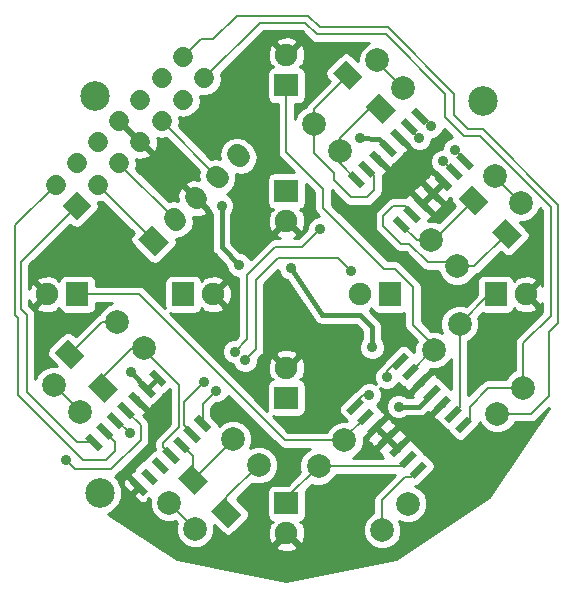
<source format=gbl>
G04 #@! TF.FileFunction,Copper,L2,Bot,Signal*
%FSLAX46Y46*%
G04 Gerber Fmt 4.6, Leading zero omitted, Abs format (unit mm)*
G04 Created by KiCad (PCBNEW 4.0.5) date 01/04/17 16:28:53*
%MOMM*%
%LPD*%
G01*
G04 APERTURE LIST*
%ADD10C,0.100000*%
%ADD11C,1.998980*%
%ADD12C,2.500000*%
%ADD13C,1.727200*%
%ADD14R,2.000000X1.900000*%
%ADD15C,1.900000*%
%ADD16R,1.900000X2.000000*%
%ADD17C,0.889000*%
%ADD18C,0.200000*%
%ADD19C,0.500000*%
%ADD20C,0.250000*%
%ADD21C,0.400000*%
%ADD22C,0.254000*%
G04 APERTURE END LIST*
D10*
D11*
X201900000Y-117550000D03*
X196511846Y-122938154D03*
D12*
X197800000Y-96200000D03*
X230600000Y-96600000D03*
X198200000Y-129800000D03*
D10*
G36*
X223287006Y-97405635D02*
X222155635Y-98537006D01*
X220741422Y-97122793D01*
X221872793Y-95991422D01*
X223287006Y-97405635D01*
X223287006Y-97405635D01*
G37*
G36*
X220458578Y-94577207D02*
X219327207Y-95708578D01*
X217912994Y-94294365D01*
X219044365Y-93162994D01*
X220458578Y-94577207D01*
X220458578Y-94577207D01*
G37*
D11*
X221700000Y-93200000D03*
X216311846Y-98588154D03*
D10*
G36*
X199737006Y-121055635D02*
X198605635Y-122187006D01*
X197191422Y-120772793D01*
X198322793Y-119641422D01*
X199737006Y-121055635D01*
X199737006Y-121055635D01*
G37*
G36*
X196908578Y-118227207D02*
X195777207Y-119358578D01*
X194362994Y-117944365D01*
X195494365Y-116812994D01*
X196908578Y-118227207D01*
X196908578Y-118227207D01*
G37*
G36*
X201420922Y-108342237D02*
X202642237Y-107120922D01*
X204079078Y-108557763D01*
X202857763Y-109779078D01*
X201420922Y-108342237D01*
X201420922Y-108342237D01*
G37*
D13*
X204438288Y-106546186D02*
X204653814Y-106761712D01*
X206234339Y-104750135D02*
X206449865Y-104965661D01*
X208030391Y-102954083D02*
X208245917Y-103169609D01*
X209826442Y-101158032D02*
X210041968Y-101373558D01*
D10*
G36*
X207645727Y-124233309D02*
X207221463Y-124657573D01*
X206160803Y-123596913D01*
X206585067Y-123172649D01*
X207645727Y-124233309D01*
X207645727Y-124233309D01*
G37*
G36*
X206747702Y-125131335D02*
X206323438Y-125555599D01*
X205262778Y-124494939D01*
X205687042Y-124070675D01*
X206747702Y-125131335D01*
X206747702Y-125131335D01*
G37*
G36*
X205849676Y-126029361D02*
X205425412Y-126453625D01*
X204364752Y-125392965D01*
X204789016Y-124968701D01*
X205849676Y-126029361D01*
X205849676Y-126029361D01*
G37*
G36*
X204951650Y-126927386D02*
X204527386Y-127351650D01*
X203466726Y-126290990D01*
X203890990Y-125866726D01*
X204951650Y-126927386D01*
X204951650Y-126927386D01*
G37*
G36*
X204053625Y-127825412D02*
X203629361Y-128249676D01*
X202568701Y-127189016D01*
X202992965Y-126764752D01*
X204053625Y-127825412D01*
X204053625Y-127825412D01*
G37*
G36*
X203155599Y-128723438D02*
X202731335Y-129147702D01*
X201670675Y-128087042D01*
X202094939Y-127662778D01*
X203155599Y-128723438D01*
X203155599Y-128723438D01*
G37*
G36*
X202257573Y-129621463D02*
X201833309Y-130045727D01*
X200772649Y-128985067D01*
X201196913Y-128560803D01*
X202257573Y-129621463D01*
X202257573Y-129621463D01*
G37*
G36*
X198439197Y-125803087D02*
X198014933Y-126227351D01*
X196954273Y-125166691D01*
X197378537Y-124742427D01*
X198439197Y-125803087D01*
X198439197Y-125803087D01*
G37*
G36*
X199337222Y-124905061D02*
X198912958Y-125329325D01*
X197852298Y-124268665D01*
X198276562Y-123844401D01*
X199337222Y-124905061D01*
X199337222Y-124905061D01*
G37*
G36*
X200235248Y-124007035D02*
X199810984Y-124431299D01*
X198750324Y-123370639D01*
X199174588Y-122946375D01*
X200235248Y-124007035D01*
X200235248Y-124007035D01*
G37*
G36*
X201133274Y-123109010D02*
X200709010Y-123533274D01*
X199648350Y-122472614D01*
X200072614Y-122048350D01*
X201133274Y-123109010D01*
X201133274Y-123109010D01*
G37*
G36*
X202031299Y-122210984D02*
X201607035Y-122635248D01*
X200546375Y-121574588D01*
X200970639Y-121150324D01*
X202031299Y-122210984D01*
X202031299Y-122210984D01*
G37*
G36*
X202929325Y-121312958D02*
X202505061Y-121737222D01*
X201444401Y-120676562D01*
X201868665Y-120252298D01*
X202929325Y-121312958D01*
X202929325Y-121312958D01*
G37*
G36*
X203827351Y-120414933D02*
X203403087Y-120839197D01*
X202342427Y-119778537D01*
X202766691Y-119354273D01*
X203827351Y-120414933D01*
X203827351Y-120414933D01*
G37*
D11*
X233850000Y-105250000D03*
X228461846Y-110638154D03*
X194300000Y-120700000D03*
X199688154Y-115311846D03*
D10*
G36*
X197471315Y-105500000D02*
X196250000Y-106721315D01*
X195028685Y-105500000D01*
X196250000Y-104278685D01*
X197471315Y-105500000D01*
X197471315Y-105500000D01*
G37*
D13*
X194453949Y-103703949D02*
X194453949Y-103703949D01*
X198046051Y-103703949D02*
X198046051Y-103703949D01*
X196250000Y-101907898D02*
X196250000Y-101907898D01*
X199842102Y-101907898D02*
X199842102Y-101907898D01*
X198046051Y-100111846D02*
X198046051Y-100111846D01*
X201638154Y-100111846D02*
X201638154Y-100111846D01*
X199842102Y-98315795D02*
X199842102Y-98315795D01*
X203434205Y-98315795D02*
X203434205Y-98315795D01*
X201638154Y-96519744D02*
X201638154Y-96519744D01*
X205230256Y-96519744D02*
X205230256Y-96519744D01*
X203434205Y-94723693D02*
X203434205Y-94723693D01*
X207026307Y-94723693D02*
X207026307Y-94723693D01*
X205230256Y-92927641D02*
X205230256Y-92927641D01*
D11*
X231850000Y-123100000D03*
X226461846Y-117711846D03*
D10*
G36*
X223933309Y-117904273D02*
X224357573Y-118328537D01*
X223296913Y-119389197D01*
X222872649Y-118964933D01*
X223933309Y-117904273D01*
X223933309Y-117904273D01*
G37*
G36*
X224831335Y-118802298D02*
X225255599Y-119226562D01*
X224194939Y-120287222D01*
X223770675Y-119862958D01*
X224831335Y-118802298D01*
X224831335Y-118802298D01*
G37*
G36*
X225729361Y-119700324D02*
X226153625Y-120124588D01*
X225092965Y-121185248D01*
X224668701Y-120760984D01*
X225729361Y-119700324D01*
X225729361Y-119700324D01*
G37*
G36*
X226627386Y-120598350D02*
X227051650Y-121022614D01*
X225990990Y-122083274D01*
X225566726Y-121659010D01*
X226627386Y-120598350D01*
X226627386Y-120598350D01*
G37*
G36*
X227525412Y-121496375D02*
X227949676Y-121920639D01*
X226889016Y-122981299D01*
X226464752Y-122557035D01*
X227525412Y-121496375D01*
X227525412Y-121496375D01*
G37*
G36*
X228423438Y-122394401D02*
X228847702Y-122818665D01*
X227787042Y-123879325D01*
X227362778Y-123455061D01*
X228423438Y-122394401D01*
X228423438Y-122394401D01*
G37*
G36*
X229321463Y-123292427D02*
X229745727Y-123716691D01*
X228685067Y-124777351D01*
X228260803Y-124353087D01*
X229321463Y-123292427D01*
X229321463Y-123292427D01*
G37*
G36*
X225503087Y-127110803D02*
X225927351Y-127535067D01*
X224866691Y-128595727D01*
X224442427Y-128171463D01*
X225503087Y-127110803D01*
X225503087Y-127110803D01*
G37*
G36*
X224605061Y-126212778D02*
X225029325Y-126637042D01*
X223968665Y-127697702D01*
X223544401Y-127273438D01*
X224605061Y-126212778D01*
X224605061Y-126212778D01*
G37*
G36*
X223707035Y-125314752D02*
X224131299Y-125739016D01*
X223070639Y-126799676D01*
X222646375Y-126375412D01*
X223707035Y-125314752D01*
X223707035Y-125314752D01*
G37*
G36*
X222809010Y-124416726D02*
X223233274Y-124840990D01*
X222172614Y-125901650D01*
X221748350Y-125477386D01*
X222809010Y-124416726D01*
X222809010Y-124416726D01*
G37*
G36*
X221910984Y-123518701D02*
X222335248Y-123942965D01*
X221274588Y-125003625D01*
X220850324Y-124579361D01*
X221910984Y-123518701D01*
X221910984Y-123518701D01*
G37*
G36*
X221012958Y-122620675D02*
X221437222Y-123044939D01*
X220376562Y-124105599D01*
X219952298Y-123681335D01*
X221012958Y-122620675D01*
X221012958Y-122620675D01*
G37*
G36*
X220114933Y-121722649D02*
X220539197Y-122146913D01*
X219478537Y-123207573D01*
X219054273Y-122783309D01*
X220114933Y-121722649D01*
X220114933Y-121722649D01*
G37*
G36*
X204812994Y-128544365D02*
X205944365Y-127412994D01*
X207358578Y-128827207D01*
X206227207Y-129958578D01*
X204812994Y-128544365D01*
X204812994Y-128544365D01*
G37*
G36*
X207641422Y-131372793D02*
X208772793Y-130241422D01*
X210187006Y-131655635D01*
X209055635Y-132787006D01*
X207641422Y-131372793D01*
X207641422Y-131372793D01*
G37*
G36*
X228562994Y-104894365D02*
X229694365Y-103762994D01*
X231108578Y-105177207D01*
X229977207Y-106308578D01*
X228562994Y-104894365D01*
X228562994Y-104894365D01*
G37*
G36*
X231391422Y-107722793D02*
X232522793Y-106591422D01*
X233937006Y-108005635D01*
X232805635Y-109137006D01*
X231391422Y-107722793D01*
X231391422Y-107722793D01*
G37*
D14*
X214000000Y-104250000D03*
D15*
X214000000Y-106790000D03*
D16*
X205250000Y-113000000D03*
D15*
X207790000Y-113000000D03*
D16*
X222750000Y-113000000D03*
D15*
X220210000Y-113000000D03*
D14*
X214000000Y-121750000D03*
D15*
X214000000Y-119210000D03*
D14*
X214000000Y-95300000D03*
D15*
X214000000Y-92760000D03*
D16*
X231700000Y-113000000D03*
D15*
X234240000Y-113000000D03*
D16*
X196300000Y-113000000D03*
D15*
X193760000Y-113000000D03*
D14*
X214000000Y-130700000D03*
D15*
X214000000Y-133240000D03*
D11*
X223900000Y-95500000D03*
X218511846Y-100888154D03*
X226250000Y-108400000D03*
X231638154Y-103011846D03*
X204050000Y-130650000D03*
X209438154Y-125261846D03*
X206250000Y-132850000D03*
X211638154Y-127461846D03*
X234050000Y-120900000D03*
X228661846Y-115511846D03*
X224300000Y-130750000D03*
X218911846Y-125361846D03*
X222100000Y-132950000D03*
X216711846Y-127561846D03*
D10*
G36*
X219154273Y-102966691D02*
X219578537Y-102542427D01*
X220639197Y-103603087D01*
X220214933Y-104027351D01*
X219154273Y-102966691D01*
X219154273Y-102966691D01*
G37*
G36*
X220052298Y-102068665D02*
X220476562Y-101644401D01*
X221537222Y-102705061D01*
X221112958Y-103129325D01*
X220052298Y-102068665D01*
X220052298Y-102068665D01*
G37*
G36*
X220950324Y-101170639D02*
X221374588Y-100746375D01*
X222435248Y-101807035D01*
X222010984Y-102231299D01*
X220950324Y-101170639D01*
X220950324Y-101170639D01*
G37*
G36*
X221848350Y-100272614D02*
X222272614Y-99848350D01*
X223333274Y-100909010D01*
X222909010Y-101333274D01*
X221848350Y-100272614D01*
X221848350Y-100272614D01*
G37*
G36*
X222746375Y-99374588D02*
X223170639Y-98950324D01*
X224231299Y-100010984D01*
X223807035Y-100435248D01*
X222746375Y-99374588D01*
X222746375Y-99374588D01*
G37*
G36*
X223644401Y-98476562D02*
X224068665Y-98052298D01*
X225129325Y-99112958D01*
X224705061Y-99537222D01*
X223644401Y-98476562D01*
X223644401Y-98476562D01*
G37*
G36*
X224542427Y-97578537D02*
X224966691Y-97154273D01*
X226027351Y-98214933D01*
X225603087Y-98639197D01*
X224542427Y-97578537D01*
X224542427Y-97578537D01*
G37*
G36*
X228360803Y-101396913D02*
X228785067Y-100972649D01*
X229845727Y-102033309D01*
X229421463Y-102457573D01*
X228360803Y-101396913D01*
X228360803Y-101396913D01*
G37*
G36*
X227462778Y-102294939D02*
X227887042Y-101870675D01*
X228947702Y-102931335D01*
X228523438Y-103355599D01*
X227462778Y-102294939D01*
X227462778Y-102294939D01*
G37*
G36*
X226564752Y-103192965D02*
X226989016Y-102768701D01*
X228049676Y-103829361D01*
X227625412Y-104253625D01*
X226564752Y-103192965D01*
X226564752Y-103192965D01*
G37*
G36*
X225666726Y-104090990D02*
X226090990Y-103666726D01*
X227151650Y-104727386D01*
X226727386Y-105151650D01*
X225666726Y-104090990D01*
X225666726Y-104090990D01*
G37*
G36*
X224768701Y-104989016D02*
X225192965Y-104564752D01*
X226253625Y-105625412D01*
X225829361Y-106049676D01*
X224768701Y-104989016D01*
X224768701Y-104989016D01*
G37*
G36*
X223870675Y-105887042D02*
X224294939Y-105462778D01*
X225355599Y-106523438D01*
X224931335Y-106947702D01*
X223870675Y-105887042D01*
X223870675Y-105887042D01*
G37*
G36*
X222972649Y-106785067D02*
X223396913Y-106360803D01*
X224457573Y-107421463D01*
X224033309Y-107845727D01*
X222972649Y-106785067D01*
X222972649Y-106785067D01*
G37*
D17*
X208050000Y-121150000D03*
X210500000Y-118600000D03*
X219450000Y-111000000D03*
X216850000Y-107450000D03*
X209600000Y-117850000D03*
X207000000Y-120450000D03*
X225250000Y-99750000D03*
X226250000Y-98750000D03*
X228250000Y-100750000D03*
X227250000Y-101750000D03*
X200800000Y-119600000D03*
X220250000Y-99750000D03*
X208500000Y-105500000D03*
X210000000Y-110500000D03*
X214350000Y-110750000D03*
X221250000Y-117500000D03*
X223500000Y-122500000D03*
X222500000Y-120000000D03*
X200750000Y-124750000D03*
X221000000Y-121500000D03*
X195300000Y-127000000D03*
D18*
X206903265Y-122296735D02*
X206903265Y-123915111D01*
X208050000Y-121150000D02*
X206903265Y-122296735D01*
X210500000Y-118550000D02*
X210500000Y-118600000D01*
X211400000Y-117650000D02*
X210500000Y-118550000D01*
X211400000Y-111800000D02*
X211400000Y-117650000D01*
X213250000Y-109950000D02*
X211400000Y-111800000D01*
X218400000Y-109950000D02*
X213250000Y-109950000D01*
X219450000Y-111000000D02*
X218400000Y-109950000D01*
X226250000Y-108400000D02*
X225011846Y-108400000D01*
X225011846Y-108400000D02*
X223715111Y-107103265D01*
X226250000Y-108400000D02*
X226471572Y-108400000D01*
X226471572Y-108400000D02*
X229835786Y-105035786D01*
X206903265Y-123915111D02*
X206903265Y-123596735D01*
X229835786Y-105035786D02*
X229835786Y-105164214D01*
X229835786Y-105035786D02*
X229835786Y-104764214D01*
X216311846Y-98588154D02*
X216311846Y-101011846D01*
X221400000Y-102992103D02*
X220794760Y-102386863D01*
X221400000Y-104200000D02*
X221400000Y-102992103D01*
X220800000Y-104800000D02*
X221400000Y-104200000D01*
X219500000Y-104800000D02*
X220800000Y-104800000D01*
X218000000Y-103300000D02*
X219500000Y-104800000D01*
X218000000Y-102700000D02*
X218000000Y-103300000D01*
X216311846Y-101011846D02*
X218000000Y-102700000D01*
X216311846Y-98588154D02*
X216311846Y-97309726D01*
X216311846Y-97309726D02*
X219185786Y-94435786D01*
X219185786Y-94435786D02*
X219185786Y-95064214D01*
X206005240Y-124813137D02*
X206005240Y-124755240D01*
X206005240Y-124755240D02*
X205350000Y-124100000D01*
X215300000Y-109000000D02*
X216850000Y-107450000D01*
X213000000Y-109000000D02*
X215300000Y-109000000D01*
X210650000Y-111350000D02*
X213000000Y-109000000D01*
X210650000Y-116800000D02*
X210650000Y-111350000D01*
X209600000Y-117850000D02*
X210650000Y-116800000D01*
X205350000Y-122100000D02*
X207000000Y-120450000D01*
X205350000Y-124100000D02*
X205350000Y-122100000D01*
X218511846Y-100888154D02*
X218511846Y-99788154D01*
X218511846Y-99788154D02*
X221035786Y-97264214D01*
X221035786Y-97264214D02*
X222014214Y-97264214D01*
X218511846Y-100888154D02*
X218511846Y-101900000D01*
X218511846Y-101900000D02*
X219896735Y-103284889D01*
X222014214Y-97264214D02*
X221985786Y-97264214D01*
X206005240Y-124755240D02*
X205750000Y-124500000D01*
X205500000Y-124307897D02*
X206005240Y-124813137D01*
D19*
X222014214Y-97264214D02*
X222035786Y-97264214D01*
D18*
X199688154Y-115311846D02*
X198409726Y-115311846D01*
X198409726Y-115311846D02*
X195635786Y-118085786D01*
X224386863Y-98794760D02*
X224386863Y-98886863D01*
X224386863Y-98886863D02*
X225250000Y-99750000D01*
X195635786Y-118085786D02*
X195914214Y-118085786D01*
X201900000Y-117550000D02*
X201900000Y-117700000D01*
X201900000Y-117700000D02*
X204895998Y-120695998D01*
X203550000Y-125950000D02*
X204209188Y-126609188D01*
X203550000Y-125600000D02*
X203550000Y-125950000D01*
X204895998Y-124254002D02*
X203550000Y-125600000D01*
X204895998Y-120695998D02*
X204895998Y-124254002D01*
X204209188Y-126609188D02*
X204209188Y-126559188D01*
X201900000Y-117550000D02*
X200950000Y-117550000D01*
X200950000Y-117550000D02*
X198464214Y-120035786D01*
X198464214Y-120035786D02*
X198464214Y-120914214D01*
X198464214Y-120914214D02*
X198464214Y-120785786D01*
X198464214Y-120914214D02*
X198585786Y-120914214D01*
X225284889Y-97896735D02*
X225396735Y-97896735D01*
X225396735Y-97896735D02*
X226250000Y-98750000D01*
X204209188Y-126609188D02*
X204109188Y-126609188D01*
X224613137Y-106205240D02*
X224613137Y-106113137D01*
X224613137Y-106113137D02*
X224000000Y-105500000D01*
X224000000Y-105500000D02*
X223050000Y-105500000D01*
X223050000Y-105500000D02*
X222200000Y-106350000D01*
X222200000Y-106350000D02*
X222200000Y-107200000D01*
X222200000Y-107200000D02*
X223700000Y-108700000D01*
X223700000Y-108700000D02*
X224400000Y-108700000D01*
X224400000Y-108700000D02*
X226000000Y-110300000D01*
X226000000Y-110300000D02*
X228123692Y-110300000D01*
X228123692Y-110300000D02*
X228461846Y-110638154D01*
X228461846Y-110638154D02*
X228461846Y-110888154D01*
X228461846Y-110638154D02*
X229890274Y-110638154D01*
X229890274Y-110638154D02*
X232664214Y-107864214D01*
X206085786Y-128685786D02*
X206085786Y-126689735D01*
X206085786Y-126689735D02*
X205107214Y-125711163D01*
X209438154Y-125261846D02*
X209438154Y-125333418D01*
X209438154Y-125333418D02*
X206085786Y-128685786D01*
X229103265Y-101603265D02*
X228250000Y-100750000D01*
X229103265Y-101715111D02*
X229103265Y-101603265D01*
X206035786Y-128835786D02*
X206164214Y-128835786D01*
X208914214Y-131514214D02*
X208914214Y-130185786D01*
X208914214Y-130185786D02*
X211638154Y-127461846D01*
X228205240Y-102613137D02*
X228113137Y-102613137D01*
X228113137Y-102613137D02*
X227250000Y-101750000D01*
D20*
X206342102Y-104857898D02*
X206134206Y-104857898D01*
D21*
X202186863Y-120994760D02*
X202186863Y-120986863D01*
X202186863Y-120986863D02*
X200800000Y-119600000D01*
X203084889Y-120096735D02*
X203084888Y-120096735D01*
X203084888Y-120096735D02*
X202186863Y-120994760D01*
X222390812Y-100440812D02*
X221800000Y-99850000D01*
X221800000Y-99850000D02*
X220250000Y-99750000D01*
D18*
X226309188Y-121340812D02*
X226309188Y-121440812D01*
D21*
X226309188Y-121440812D02*
X225250000Y-122500000D01*
D18*
X208500000Y-105250000D02*
X208500000Y-105500000D01*
D21*
X208500000Y-109000000D02*
X208500000Y-105250000D01*
X210000000Y-110500000D02*
X208500000Y-109000000D01*
X217000000Y-114750000D02*
X214350000Y-110750000D01*
X220250000Y-114750000D02*
X217000000Y-114750000D01*
X221250000Y-115750000D02*
X220250000Y-114750000D01*
X221250000Y-117500000D02*
X221250000Y-115750000D01*
X225250000Y-122500000D02*
X223500000Y-122500000D01*
D18*
X222590812Y-100590812D02*
X222390812Y-100440812D01*
X226309188Y-121340812D02*
X226159188Y-121340812D01*
X226461846Y-117711846D02*
X226461846Y-117361846D01*
X226461846Y-117361846D02*
X224700000Y-115600000D01*
X214000000Y-100950000D02*
X214000000Y-95300000D01*
X217100000Y-104050000D02*
X214000000Y-100950000D01*
X217100000Y-105700000D02*
X217100000Y-104050000D01*
X222250000Y-110850000D02*
X217100000Y-105700000D01*
X223200000Y-110850000D02*
X222250000Y-110850000D01*
X224700000Y-112350000D02*
X223200000Y-110850000D01*
X224700000Y-115600000D02*
X224700000Y-112350000D01*
X226461846Y-117711846D02*
X226346051Y-117711846D01*
X226346051Y-117711846D02*
X224513137Y-119544760D01*
X231700000Y-113000000D02*
X231173692Y-113000000D01*
X231173692Y-113000000D02*
X228661846Y-115511846D01*
X228661846Y-115511846D02*
X228661846Y-122580257D01*
X228661846Y-122580257D02*
X228105240Y-123136863D01*
X218911846Y-125361846D02*
X213861846Y-125361846D01*
X201500000Y-113000000D02*
X196300000Y-113000000D01*
X213861846Y-125361846D02*
X201500000Y-113000000D01*
X218911846Y-125361846D02*
X218911846Y-125146051D01*
X218911846Y-125146051D02*
X220694760Y-123363137D01*
X214000000Y-130700000D02*
X214000000Y-130273692D01*
X214000000Y-130273692D02*
X216711846Y-127561846D01*
X216711846Y-127561846D02*
X223680257Y-127561846D01*
X223680257Y-127561846D02*
X224286863Y-126955240D01*
X231850000Y-123100000D02*
X234700000Y-123100000D01*
X206757897Y-91400000D02*
X205230256Y-92927641D01*
X207800000Y-91400000D02*
X206757897Y-91400000D01*
X209800000Y-89400000D02*
X207800000Y-91400000D01*
X215800000Y-89400000D02*
X209800000Y-89400000D01*
X216800000Y-90400000D02*
X215800000Y-89400000D01*
X222600000Y-90400000D02*
X216800000Y-90400000D01*
X228200000Y-96000000D02*
X222600000Y-90400000D01*
X228200000Y-97800000D02*
X228200000Y-96000000D01*
X229400000Y-99000000D02*
X228200000Y-97800000D01*
X230600000Y-99000000D02*
X229400000Y-99000000D01*
X237000000Y-105400000D02*
X230600000Y-99000000D01*
X237000000Y-115400000D02*
X237000000Y-105400000D01*
X236200000Y-116200000D02*
X237000000Y-115400000D01*
X236200000Y-121600000D02*
X236200000Y-116200000D01*
X234700000Y-123100000D02*
X236200000Y-121600000D01*
X223615111Y-118646735D02*
X223353265Y-118646735D01*
X223353265Y-118646735D02*
X222500000Y-119500000D01*
X222500000Y-119500000D02*
X222500000Y-120000000D01*
X231850000Y-123100000D02*
X231850000Y-123650000D01*
X223000000Y-119000000D02*
X223615111Y-118646735D01*
D20*
X223615111Y-118646735D02*
X223553265Y-118646735D01*
X223615111Y-118646735D02*
X223603265Y-118646735D01*
D18*
X234050000Y-120900000D02*
X234050000Y-117150000D01*
X211750000Y-90000000D02*
X207026307Y-94723693D01*
X215600000Y-90000000D02*
X211750000Y-90000000D01*
X216600000Y-91000000D02*
X215600000Y-90000000D01*
X222400000Y-91000000D02*
X216600000Y-91000000D01*
X227400000Y-96000000D02*
X222400000Y-91000000D01*
X227400000Y-98000000D02*
X227400000Y-96000000D01*
X229000000Y-99600000D02*
X227400000Y-98000000D01*
X230400000Y-99600000D02*
X229000000Y-99600000D01*
X236400000Y-105600000D02*
X230400000Y-99600000D01*
X236400000Y-114800000D02*
X236400000Y-105600000D01*
X234050000Y-117150000D02*
X236400000Y-114800000D01*
X207526307Y-94723693D02*
X207026307Y-94723693D01*
X234050000Y-120900000D02*
X231100000Y-120900000D01*
X229500000Y-122500000D02*
X229500000Y-123538154D01*
X231100000Y-120900000D02*
X229500000Y-122500000D01*
X229500000Y-123538154D02*
X229003265Y-124034889D01*
D20*
X229003265Y-124034889D02*
X229003265Y-123696735D01*
D18*
X206830256Y-94669744D02*
X206830256Y-94777641D01*
X199492786Y-123688837D02*
X199688837Y-123688837D01*
X199688837Y-123688837D02*
X200750000Y-124750000D01*
X222100000Y-132950000D02*
X222100000Y-130400000D01*
X224538154Y-128500000D02*
X225184889Y-127853265D01*
X224000000Y-128500000D02*
X224538154Y-128500000D01*
X222100000Y-130400000D02*
X224000000Y-128500000D01*
X198594760Y-124586863D02*
X198594760Y-124594760D01*
X198594760Y-124594760D02*
X199500000Y-125500000D01*
X191000000Y-107157898D02*
X194453949Y-103703949D01*
X191000000Y-114750000D02*
X191000000Y-107157898D01*
X191250000Y-115000000D02*
X191000000Y-114750000D01*
X191250000Y-121500000D02*
X191250000Y-115000000D01*
X196750000Y-127000000D02*
X191250000Y-121500000D01*
X198750000Y-127000000D02*
X196750000Y-127000000D01*
X199500000Y-126250000D02*
X198750000Y-127000000D01*
X199500000Y-125500000D02*
X199500000Y-126250000D01*
X219796735Y-122465111D02*
X219796735Y-122203265D01*
X219796735Y-122203265D02*
X220500000Y-121500000D01*
X220500000Y-121500000D02*
X221000000Y-121500000D01*
D20*
X219796735Y-122465111D02*
X219834889Y-122465111D01*
D18*
X200390812Y-122790812D02*
X200390812Y-122840812D01*
X200390812Y-122840812D02*
X201650000Y-124100000D01*
X196100000Y-127800000D02*
X195300000Y-127000000D01*
X199150000Y-127800000D02*
X196100000Y-127800000D01*
X201650000Y-125300000D02*
X199150000Y-127800000D01*
X201650000Y-124100000D02*
X201650000Y-125300000D01*
X200390812Y-122790812D02*
X200390812Y-122890812D01*
X200390812Y-122790812D02*
X200790812Y-122790812D01*
X198046051Y-103703949D02*
X198046051Y-103746051D01*
X198046051Y-103746051D02*
X202750000Y-108450000D01*
X202750000Y-108450000D02*
X202542102Y-108450000D01*
X197696735Y-125484889D02*
X196234889Y-125484889D01*
X191500000Y-110250000D02*
X196250000Y-105500000D01*
X191500000Y-114250000D02*
X191500000Y-110250000D01*
X192000000Y-114750000D02*
X191500000Y-114250000D01*
X192000000Y-121250000D02*
X192000000Y-114750000D01*
X196234889Y-125484889D02*
X192000000Y-121250000D01*
X199842102Y-101907898D02*
X199842102Y-101950000D01*
X199842102Y-101950000D02*
X204546051Y-106653949D01*
X204546051Y-106653949D02*
X204338153Y-106653949D01*
X203434205Y-98315795D02*
X203434205Y-98357897D01*
X203434205Y-98357897D02*
X208138154Y-103061846D01*
X208138154Y-103061846D02*
X207930256Y-103061846D01*
X221700000Y-93200000D02*
X221700000Y-93300000D01*
X221700000Y-93300000D02*
X223900000Y-95500000D01*
X196511846Y-122938154D02*
X196511846Y-122911846D01*
X196511846Y-122911846D02*
X194300000Y-120700000D01*
X196511846Y-122938154D02*
X196511846Y-122866582D01*
X231638154Y-103011846D02*
X231638154Y-103038154D01*
X231638154Y-103038154D02*
X233850000Y-105250000D01*
X204050000Y-130650000D02*
X206250000Y-132850000D01*
X204011846Y-130638154D02*
X204233418Y-130638154D01*
D22*
G36*
X227926846Y-120999783D02*
X227885110Y-120958047D01*
X227668298Y-120868241D01*
X227651504Y-120778987D01*
X227509459Y-120564805D01*
X227085195Y-120140541D01*
X226887492Y-120005456D01*
X226782131Y-119982600D01*
X226691953Y-119764890D01*
X226592562Y-119665499D01*
X226368055Y-119665499D01*
X225590768Y-120442786D01*
X225604911Y-120456929D01*
X225425306Y-120636534D01*
X225411163Y-120622391D01*
X224633876Y-121399678D01*
X224633876Y-121624185D01*
X224674691Y-121665000D01*
X224191769Y-121665000D01*
X224112286Y-121585378D01*
X223715668Y-121420687D01*
X223286216Y-121420313D01*
X222889311Y-121584311D01*
X222585378Y-121887714D01*
X222420687Y-122284332D01*
X222420313Y-122713784D01*
X222584311Y-123110689D01*
X222887714Y-123414622D01*
X223284332Y-123579313D01*
X223713784Y-123579687D01*
X224110689Y-123415689D01*
X224191519Y-123335000D01*
X225250000Y-123335000D01*
X225569541Y-123271439D01*
X225840434Y-123090434D01*
X225970280Y-122960589D01*
X226025815Y-123016124D01*
X226250322Y-123016124D01*
X227027609Y-122238837D01*
X227013467Y-122224695D01*
X227193072Y-122045090D01*
X227207214Y-122059232D01*
X227221357Y-122045090D01*
X227400962Y-122224695D01*
X227386819Y-122238837D01*
X227400962Y-122252980D01*
X227221357Y-122432585D01*
X227207214Y-122418442D01*
X226429927Y-123195729D01*
X226429927Y-123420236D01*
X226529318Y-123519627D01*
X226746130Y-123609432D01*
X226762924Y-123698688D01*
X226904969Y-123912870D01*
X227329233Y-124337134D01*
X227526936Y-124472219D01*
X227642230Y-124497229D01*
X227660949Y-124596714D01*
X227802994Y-124810896D01*
X228227258Y-125235160D01*
X228424961Y-125370245D01*
X228676123Y-125424729D01*
X228928694Y-125377205D01*
X229142876Y-125235160D01*
X230203536Y-124174500D01*
X230338621Y-123976797D01*
X230374818Y-123809936D01*
X230463538Y-124024655D01*
X230922927Y-124484846D01*
X231523453Y-124734206D01*
X232173694Y-124734774D01*
X232774655Y-124486462D01*
X233234846Y-124027073D01*
X233314602Y-123835000D01*
X234700000Y-123835000D01*
X234981272Y-123779051D01*
X235219723Y-123619723D01*
X236249558Y-122589889D01*
X231178806Y-130178806D01*
X223297103Y-135445191D01*
X214000000Y-137294500D01*
X204702897Y-135445191D01*
X198883834Y-131557018D01*
X199266372Y-131398957D01*
X199797093Y-130869161D01*
X200084672Y-130176595D01*
X200085326Y-129426695D01*
X199850660Y-128858758D01*
X200137649Y-128858758D01*
X200137649Y-129111377D01*
X200234322Y-129344766D01*
X200651910Y-129762354D01*
X200876417Y-129762354D01*
X201335506Y-129303265D01*
X200558219Y-128525978D01*
X200333712Y-128525978D01*
X200234321Y-128625369D01*
X200137649Y-128858758D01*
X199850660Y-128858758D01*
X199798957Y-128733628D01*
X199499389Y-128433537D01*
X199669723Y-128319723D01*
X202169724Y-125819723D01*
X202329051Y-125581272D01*
X202346771Y-125492188D01*
X202385000Y-125300000D01*
X202385000Y-124100000D01*
X202329051Y-123818728D01*
X202316849Y-123800467D01*
X202169724Y-123580277D01*
X201822688Y-123233241D01*
X201966733Y-123173576D01*
X202066124Y-123074185D01*
X202066124Y-122849678D01*
X201288837Y-122072391D01*
X201274695Y-122086534D01*
X201095090Y-121906929D01*
X201109232Y-121892786D01*
X201095090Y-121878644D01*
X201274695Y-121699039D01*
X201288837Y-121713181D01*
X201302980Y-121699039D01*
X201482585Y-121878644D01*
X201468442Y-121892786D01*
X202245729Y-122670073D01*
X202470236Y-122670073D01*
X202569627Y-122570682D01*
X202659432Y-122353870D01*
X202748688Y-122337076D01*
X202962870Y-122195031D01*
X203387134Y-121770767D01*
X203522219Y-121573064D01*
X203547229Y-121457770D01*
X203646714Y-121439051D01*
X203860896Y-121297006D01*
X204159228Y-120998674D01*
X204160998Y-121000444D01*
X204160998Y-123949555D01*
X203030277Y-125080277D01*
X202870949Y-125318728D01*
X202815000Y-125600000D01*
X202815000Y-125950000D01*
X202851535Y-126133671D01*
X202848821Y-126146179D01*
X202749338Y-126164898D01*
X202535156Y-126306943D01*
X202110892Y-126731207D01*
X201975807Y-126928910D01*
X201950796Y-127044205D01*
X201851312Y-127062924D01*
X201637130Y-127204969D01*
X201212866Y-127629233D01*
X201077781Y-127826936D01*
X201054925Y-127932297D01*
X200837215Y-128022475D01*
X200737824Y-128121866D01*
X200737824Y-128346373D01*
X201515111Y-129123660D01*
X201529254Y-129109518D01*
X201708859Y-129289123D01*
X201694716Y-129303265D01*
X201708859Y-129317408D01*
X201529254Y-129497013D01*
X201515111Y-129482870D01*
X201056022Y-129941959D01*
X201056022Y-130166466D01*
X201473610Y-130584054D01*
X201706999Y-130680727D01*
X201959618Y-130680727D01*
X202193007Y-130584055D01*
X202292398Y-130484664D01*
X202292398Y-130260160D01*
X202404650Y-130372412D01*
X202415761Y-130361301D01*
X202415226Y-130973694D01*
X202663538Y-131574655D01*
X203122927Y-132034846D01*
X203723453Y-132284206D01*
X204373694Y-132284774D01*
X204565907Y-132205353D01*
X204694489Y-132333935D01*
X204615794Y-132523453D01*
X204615226Y-133173694D01*
X204863538Y-133774655D01*
X205322927Y-134234846D01*
X205923453Y-134484206D01*
X206573694Y-134484774D01*
X206884503Y-134356350D01*
X213063255Y-134356350D01*
X213155792Y-134618019D01*
X213747398Y-134836188D01*
X214377461Y-134811352D01*
X214844208Y-134618019D01*
X214936745Y-134356350D01*
X214000000Y-133419605D01*
X213063255Y-134356350D01*
X206884503Y-134356350D01*
X207174655Y-134236462D01*
X207634846Y-133777073D01*
X207884206Y-133176547D01*
X207884769Y-132531758D01*
X208597826Y-133244815D01*
X208795529Y-133379900D01*
X209046691Y-133434384D01*
X209299262Y-133386860D01*
X209513444Y-133244815D01*
X210644815Y-132113444D01*
X210779900Y-131915741D01*
X210834384Y-131664579D01*
X210786860Y-131412008D01*
X210644815Y-131197826D01*
X209793218Y-130346229D01*
X211122089Y-129017357D01*
X211311607Y-129096052D01*
X211961848Y-129096620D01*
X212562809Y-128848308D01*
X213023000Y-128388919D01*
X213272360Y-127788393D01*
X213272928Y-127138152D01*
X213024616Y-126537191D01*
X212565227Y-126077000D01*
X211964701Y-125827640D01*
X211314460Y-125827072D01*
X210902586Y-125997255D01*
X211072360Y-125588393D01*
X211072928Y-124938152D01*
X210824616Y-124337191D01*
X210365227Y-123877000D01*
X209764701Y-123627640D01*
X209114460Y-123627072D01*
X208513499Y-123875384D01*
X208269842Y-124118617D01*
X208245581Y-123989682D01*
X208103536Y-123775500D01*
X207638265Y-123310229D01*
X207638265Y-122601181D01*
X208009981Y-122229466D01*
X208263784Y-122229687D01*
X208660689Y-122065689D01*
X208964622Y-121762286D01*
X209040384Y-121579831D01*
X213342122Y-125881569D01*
X213576695Y-126038305D01*
X213580574Y-126040897D01*
X213861846Y-126096846D01*
X215977267Y-126096846D01*
X215787191Y-126175384D01*
X215327000Y-126634773D01*
X215077640Y-127235299D01*
X215077072Y-127885540D01*
X215156493Y-128077753D01*
X214131686Y-129102560D01*
X213000000Y-129102560D01*
X212764683Y-129146838D01*
X212548559Y-129285910D01*
X212403569Y-129498110D01*
X212352560Y-129750000D01*
X212352560Y-131650000D01*
X212396838Y-131885317D01*
X212535910Y-132101441D01*
X212748110Y-132246431D01*
X212846810Y-132266418D01*
X212883648Y-132303256D01*
X212621981Y-132395792D01*
X212403812Y-132987398D01*
X212428648Y-133617461D01*
X212621981Y-134084208D01*
X212883650Y-134176745D01*
X213820395Y-133240000D01*
X213806253Y-133225858D01*
X213985858Y-133046253D01*
X214000000Y-133060395D01*
X214014143Y-133046253D01*
X214193748Y-133225858D01*
X214179605Y-133240000D01*
X215116350Y-134176745D01*
X215378019Y-134084208D01*
X215596188Y-133492602D01*
X215571352Y-132862539D01*
X215378019Y-132395792D01*
X215116352Y-132303256D01*
X215150483Y-132269125D01*
X215235317Y-132253162D01*
X215451441Y-132114090D01*
X215596431Y-131901890D01*
X215647440Y-131650000D01*
X215647440Y-129750000D01*
X215634090Y-129679049D01*
X216195781Y-129117357D01*
X216385299Y-129196052D01*
X217035540Y-129196620D01*
X217636501Y-128948308D01*
X218096692Y-128488919D01*
X218176448Y-128296846D01*
X223163707Y-128296846D01*
X221580277Y-129880277D01*
X221420949Y-130118728D01*
X221365000Y-130400000D01*
X221365000Y-131485174D01*
X221175345Y-131563538D01*
X220715154Y-132022927D01*
X220465794Y-132623453D01*
X220465226Y-133273694D01*
X220713538Y-133874655D01*
X221172927Y-134334846D01*
X221773453Y-134584206D01*
X222423694Y-134584774D01*
X223024655Y-134336462D01*
X223484846Y-133877073D01*
X223734206Y-133276547D01*
X223734774Y-132626306D01*
X223564591Y-132214432D01*
X223973453Y-132384206D01*
X224623694Y-132384774D01*
X225224655Y-132136462D01*
X225684846Y-131677073D01*
X225934206Y-131076547D01*
X225934774Y-130426306D01*
X225686462Y-129825345D01*
X225227073Y-129365154D01*
X224909634Y-129233342D01*
X225110318Y-129195581D01*
X225324500Y-129053536D01*
X226385160Y-127992876D01*
X226520245Y-127795173D01*
X226574729Y-127544011D01*
X226527205Y-127291440D01*
X226385160Y-127077258D01*
X225960896Y-126652994D01*
X225763193Y-126517909D01*
X225647898Y-126492898D01*
X225629179Y-126393415D01*
X225487134Y-126179233D01*
X225062870Y-125754969D01*
X224865167Y-125619884D01*
X224759805Y-125597028D01*
X224669627Y-125379318D01*
X224570236Y-125279927D01*
X224345729Y-125279927D01*
X223568442Y-126057214D01*
X223582585Y-126071357D01*
X223402980Y-126250962D01*
X223388837Y-126236819D01*
X223374695Y-126250962D01*
X223195090Y-126071357D01*
X223209232Y-126057214D01*
X222949901Y-125797883D01*
X222949901Y-125797882D01*
X222490812Y-125338793D01*
X221713525Y-126116080D01*
X221713525Y-126340587D01*
X221812916Y-126439978D01*
X222021605Y-126526419D01*
X222108047Y-126735110D01*
X222199783Y-126826846D01*
X219646425Y-126826846D01*
X219836501Y-126748308D01*
X220296692Y-126288919D01*
X220546052Y-125688393D01*
X220546463Y-125218055D01*
X220815499Y-125218055D01*
X220815499Y-125442562D01*
X220914890Y-125541953D01*
X221123581Y-125628395D01*
X221210022Y-125837084D01*
X221309413Y-125936475D01*
X221533920Y-125936475D01*
X222311207Y-125159188D01*
X222670417Y-125159188D01*
X222929748Y-125418519D01*
X222929748Y-125418520D01*
X223388837Y-125877609D01*
X224166124Y-125100322D01*
X224166124Y-124875815D01*
X224066733Y-124776424D01*
X223858044Y-124689983D01*
X223771602Y-124481292D01*
X223672211Y-124381901D01*
X223447704Y-124381901D01*
X222670417Y-125159188D01*
X222311207Y-125159188D01*
X221852118Y-124700099D01*
X221852117Y-124700099D01*
X221592786Y-124440768D01*
X220815499Y-125218055D01*
X220546463Y-125218055D01*
X220546620Y-125038450D01*
X220635894Y-125038450D01*
X221413181Y-124261163D01*
X221772391Y-124261163D01*
X222231480Y-124720252D01*
X222231481Y-124720252D01*
X222490812Y-124979583D01*
X223268099Y-124202296D01*
X223268099Y-123977789D01*
X223168708Y-123878398D01*
X222960017Y-123791956D01*
X222873576Y-123583267D01*
X222774185Y-123483876D01*
X222549678Y-123483876D01*
X221772391Y-124261163D01*
X221413181Y-124261163D01*
X221399039Y-124247021D01*
X221578644Y-124067416D01*
X221592786Y-124081558D01*
X222370073Y-123304271D01*
X222370073Y-123079764D01*
X222270682Y-122980373D01*
X222053870Y-122890568D01*
X222037076Y-122801312D01*
X221895031Y-122587130D01*
X221667189Y-122359288D01*
X221914622Y-122112286D01*
X222079313Y-121715668D01*
X222079687Y-121286216D01*
X221934107Y-120933886D01*
X222284332Y-121079313D01*
X222713784Y-121079687D01*
X223110689Y-120915689D01*
X223414622Y-120612286D01*
X223470299Y-120478200D01*
X223737130Y-120745031D01*
X223934833Y-120880116D01*
X224040195Y-120902972D01*
X224130373Y-121120682D01*
X224229764Y-121220073D01*
X224454271Y-121220073D01*
X225231558Y-120442786D01*
X225217416Y-120428644D01*
X225397021Y-120249039D01*
X225411163Y-120263181D01*
X226188450Y-119485894D01*
X226188450Y-119346098D01*
X226785540Y-119346620D01*
X227386501Y-119098308D01*
X227846692Y-118638919D01*
X227926846Y-118445887D01*
X227926846Y-120999783D01*
X227926846Y-120999783D01*
G37*
X227926846Y-120999783D02*
X227885110Y-120958047D01*
X227668298Y-120868241D01*
X227651504Y-120778987D01*
X227509459Y-120564805D01*
X227085195Y-120140541D01*
X226887492Y-120005456D01*
X226782131Y-119982600D01*
X226691953Y-119764890D01*
X226592562Y-119665499D01*
X226368055Y-119665499D01*
X225590768Y-120442786D01*
X225604911Y-120456929D01*
X225425306Y-120636534D01*
X225411163Y-120622391D01*
X224633876Y-121399678D01*
X224633876Y-121624185D01*
X224674691Y-121665000D01*
X224191769Y-121665000D01*
X224112286Y-121585378D01*
X223715668Y-121420687D01*
X223286216Y-121420313D01*
X222889311Y-121584311D01*
X222585378Y-121887714D01*
X222420687Y-122284332D01*
X222420313Y-122713784D01*
X222584311Y-123110689D01*
X222887714Y-123414622D01*
X223284332Y-123579313D01*
X223713784Y-123579687D01*
X224110689Y-123415689D01*
X224191519Y-123335000D01*
X225250000Y-123335000D01*
X225569541Y-123271439D01*
X225840434Y-123090434D01*
X225970280Y-122960589D01*
X226025815Y-123016124D01*
X226250322Y-123016124D01*
X227027609Y-122238837D01*
X227013467Y-122224695D01*
X227193072Y-122045090D01*
X227207214Y-122059232D01*
X227221357Y-122045090D01*
X227400962Y-122224695D01*
X227386819Y-122238837D01*
X227400962Y-122252980D01*
X227221357Y-122432585D01*
X227207214Y-122418442D01*
X226429927Y-123195729D01*
X226429927Y-123420236D01*
X226529318Y-123519627D01*
X226746130Y-123609432D01*
X226762924Y-123698688D01*
X226904969Y-123912870D01*
X227329233Y-124337134D01*
X227526936Y-124472219D01*
X227642230Y-124497229D01*
X227660949Y-124596714D01*
X227802994Y-124810896D01*
X228227258Y-125235160D01*
X228424961Y-125370245D01*
X228676123Y-125424729D01*
X228928694Y-125377205D01*
X229142876Y-125235160D01*
X230203536Y-124174500D01*
X230338621Y-123976797D01*
X230374818Y-123809936D01*
X230463538Y-124024655D01*
X230922927Y-124484846D01*
X231523453Y-124734206D01*
X232173694Y-124734774D01*
X232774655Y-124486462D01*
X233234846Y-124027073D01*
X233314602Y-123835000D01*
X234700000Y-123835000D01*
X234981272Y-123779051D01*
X235219723Y-123619723D01*
X236249558Y-122589889D01*
X231178806Y-130178806D01*
X223297103Y-135445191D01*
X214000000Y-137294500D01*
X204702897Y-135445191D01*
X198883834Y-131557018D01*
X199266372Y-131398957D01*
X199797093Y-130869161D01*
X200084672Y-130176595D01*
X200085326Y-129426695D01*
X199850660Y-128858758D01*
X200137649Y-128858758D01*
X200137649Y-129111377D01*
X200234322Y-129344766D01*
X200651910Y-129762354D01*
X200876417Y-129762354D01*
X201335506Y-129303265D01*
X200558219Y-128525978D01*
X200333712Y-128525978D01*
X200234321Y-128625369D01*
X200137649Y-128858758D01*
X199850660Y-128858758D01*
X199798957Y-128733628D01*
X199499389Y-128433537D01*
X199669723Y-128319723D01*
X202169724Y-125819723D01*
X202329051Y-125581272D01*
X202346771Y-125492188D01*
X202385000Y-125300000D01*
X202385000Y-124100000D01*
X202329051Y-123818728D01*
X202316849Y-123800467D01*
X202169724Y-123580277D01*
X201822688Y-123233241D01*
X201966733Y-123173576D01*
X202066124Y-123074185D01*
X202066124Y-122849678D01*
X201288837Y-122072391D01*
X201274695Y-122086534D01*
X201095090Y-121906929D01*
X201109232Y-121892786D01*
X201095090Y-121878644D01*
X201274695Y-121699039D01*
X201288837Y-121713181D01*
X201302980Y-121699039D01*
X201482585Y-121878644D01*
X201468442Y-121892786D01*
X202245729Y-122670073D01*
X202470236Y-122670073D01*
X202569627Y-122570682D01*
X202659432Y-122353870D01*
X202748688Y-122337076D01*
X202962870Y-122195031D01*
X203387134Y-121770767D01*
X203522219Y-121573064D01*
X203547229Y-121457770D01*
X203646714Y-121439051D01*
X203860896Y-121297006D01*
X204159228Y-120998674D01*
X204160998Y-121000444D01*
X204160998Y-123949555D01*
X203030277Y-125080277D01*
X202870949Y-125318728D01*
X202815000Y-125600000D01*
X202815000Y-125950000D01*
X202851535Y-126133671D01*
X202848821Y-126146179D01*
X202749338Y-126164898D01*
X202535156Y-126306943D01*
X202110892Y-126731207D01*
X201975807Y-126928910D01*
X201950796Y-127044205D01*
X201851312Y-127062924D01*
X201637130Y-127204969D01*
X201212866Y-127629233D01*
X201077781Y-127826936D01*
X201054925Y-127932297D01*
X200837215Y-128022475D01*
X200737824Y-128121866D01*
X200737824Y-128346373D01*
X201515111Y-129123660D01*
X201529254Y-129109518D01*
X201708859Y-129289123D01*
X201694716Y-129303265D01*
X201708859Y-129317408D01*
X201529254Y-129497013D01*
X201515111Y-129482870D01*
X201056022Y-129941959D01*
X201056022Y-130166466D01*
X201473610Y-130584054D01*
X201706999Y-130680727D01*
X201959618Y-130680727D01*
X202193007Y-130584055D01*
X202292398Y-130484664D01*
X202292398Y-130260160D01*
X202404650Y-130372412D01*
X202415761Y-130361301D01*
X202415226Y-130973694D01*
X202663538Y-131574655D01*
X203122927Y-132034846D01*
X203723453Y-132284206D01*
X204373694Y-132284774D01*
X204565907Y-132205353D01*
X204694489Y-132333935D01*
X204615794Y-132523453D01*
X204615226Y-133173694D01*
X204863538Y-133774655D01*
X205322927Y-134234846D01*
X205923453Y-134484206D01*
X206573694Y-134484774D01*
X206884503Y-134356350D01*
X213063255Y-134356350D01*
X213155792Y-134618019D01*
X213747398Y-134836188D01*
X214377461Y-134811352D01*
X214844208Y-134618019D01*
X214936745Y-134356350D01*
X214000000Y-133419605D01*
X213063255Y-134356350D01*
X206884503Y-134356350D01*
X207174655Y-134236462D01*
X207634846Y-133777073D01*
X207884206Y-133176547D01*
X207884769Y-132531758D01*
X208597826Y-133244815D01*
X208795529Y-133379900D01*
X209046691Y-133434384D01*
X209299262Y-133386860D01*
X209513444Y-133244815D01*
X210644815Y-132113444D01*
X210779900Y-131915741D01*
X210834384Y-131664579D01*
X210786860Y-131412008D01*
X210644815Y-131197826D01*
X209793218Y-130346229D01*
X211122089Y-129017357D01*
X211311607Y-129096052D01*
X211961848Y-129096620D01*
X212562809Y-128848308D01*
X213023000Y-128388919D01*
X213272360Y-127788393D01*
X213272928Y-127138152D01*
X213024616Y-126537191D01*
X212565227Y-126077000D01*
X211964701Y-125827640D01*
X211314460Y-125827072D01*
X210902586Y-125997255D01*
X211072360Y-125588393D01*
X211072928Y-124938152D01*
X210824616Y-124337191D01*
X210365227Y-123877000D01*
X209764701Y-123627640D01*
X209114460Y-123627072D01*
X208513499Y-123875384D01*
X208269842Y-124118617D01*
X208245581Y-123989682D01*
X208103536Y-123775500D01*
X207638265Y-123310229D01*
X207638265Y-122601181D01*
X208009981Y-122229466D01*
X208263784Y-122229687D01*
X208660689Y-122065689D01*
X208964622Y-121762286D01*
X209040384Y-121579831D01*
X213342122Y-125881569D01*
X213576695Y-126038305D01*
X213580574Y-126040897D01*
X213861846Y-126096846D01*
X215977267Y-126096846D01*
X215787191Y-126175384D01*
X215327000Y-126634773D01*
X215077640Y-127235299D01*
X215077072Y-127885540D01*
X215156493Y-128077753D01*
X214131686Y-129102560D01*
X213000000Y-129102560D01*
X212764683Y-129146838D01*
X212548559Y-129285910D01*
X212403569Y-129498110D01*
X212352560Y-129750000D01*
X212352560Y-131650000D01*
X212396838Y-131885317D01*
X212535910Y-132101441D01*
X212748110Y-132246431D01*
X212846810Y-132266418D01*
X212883648Y-132303256D01*
X212621981Y-132395792D01*
X212403812Y-132987398D01*
X212428648Y-133617461D01*
X212621981Y-134084208D01*
X212883650Y-134176745D01*
X213820395Y-133240000D01*
X213806253Y-133225858D01*
X213985858Y-133046253D01*
X214000000Y-133060395D01*
X214014143Y-133046253D01*
X214193748Y-133225858D01*
X214179605Y-133240000D01*
X215116350Y-134176745D01*
X215378019Y-134084208D01*
X215596188Y-133492602D01*
X215571352Y-132862539D01*
X215378019Y-132395792D01*
X215116352Y-132303256D01*
X215150483Y-132269125D01*
X215235317Y-132253162D01*
X215451441Y-132114090D01*
X215596431Y-131901890D01*
X215647440Y-131650000D01*
X215647440Y-129750000D01*
X215634090Y-129679049D01*
X216195781Y-129117357D01*
X216385299Y-129196052D01*
X217035540Y-129196620D01*
X217636501Y-128948308D01*
X218096692Y-128488919D01*
X218176448Y-128296846D01*
X223163707Y-128296846D01*
X221580277Y-129880277D01*
X221420949Y-130118728D01*
X221365000Y-130400000D01*
X221365000Y-131485174D01*
X221175345Y-131563538D01*
X220715154Y-132022927D01*
X220465794Y-132623453D01*
X220465226Y-133273694D01*
X220713538Y-133874655D01*
X221172927Y-134334846D01*
X221773453Y-134584206D01*
X222423694Y-134584774D01*
X223024655Y-134336462D01*
X223484846Y-133877073D01*
X223734206Y-133276547D01*
X223734774Y-132626306D01*
X223564591Y-132214432D01*
X223973453Y-132384206D01*
X224623694Y-132384774D01*
X225224655Y-132136462D01*
X225684846Y-131677073D01*
X225934206Y-131076547D01*
X225934774Y-130426306D01*
X225686462Y-129825345D01*
X225227073Y-129365154D01*
X224909634Y-129233342D01*
X225110318Y-129195581D01*
X225324500Y-129053536D01*
X226385160Y-127992876D01*
X226520245Y-127795173D01*
X226574729Y-127544011D01*
X226527205Y-127291440D01*
X226385160Y-127077258D01*
X225960896Y-126652994D01*
X225763193Y-126517909D01*
X225647898Y-126492898D01*
X225629179Y-126393415D01*
X225487134Y-126179233D01*
X225062870Y-125754969D01*
X224865167Y-125619884D01*
X224759805Y-125597028D01*
X224669627Y-125379318D01*
X224570236Y-125279927D01*
X224345729Y-125279927D01*
X223568442Y-126057214D01*
X223582585Y-126071357D01*
X223402980Y-126250962D01*
X223388837Y-126236819D01*
X223374695Y-126250962D01*
X223195090Y-126071357D01*
X223209232Y-126057214D01*
X222949901Y-125797883D01*
X222949901Y-125797882D01*
X222490812Y-125338793D01*
X221713525Y-126116080D01*
X221713525Y-126340587D01*
X221812916Y-126439978D01*
X222021605Y-126526419D01*
X222108047Y-126735110D01*
X222199783Y-126826846D01*
X219646425Y-126826846D01*
X219836501Y-126748308D01*
X220296692Y-126288919D01*
X220546052Y-125688393D01*
X220546463Y-125218055D01*
X220815499Y-125218055D01*
X220815499Y-125442562D01*
X220914890Y-125541953D01*
X221123581Y-125628395D01*
X221210022Y-125837084D01*
X221309413Y-125936475D01*
X221533920Y-125936475D01*
X222311207Y-125159188D01*
X222670417Y-125159188D01*
X222929748Y-125418519D01*
X222929748Y-125418520D01*
X223388837Y-125877609D01*
X224166124Y-125100322D01*
X224166124Y-124875815D01*
X224066733Y-124776424D01*
X223858044Y-124689983D01*
X223771602Y-124481292D01*
X223672211Y-124381901D01*
X223447704Y-124381901D01*
X222670417Y-125159188D01*
X222311207Y-125159188D01*
X221852118Y-124700099D01*
X221852117Y-124700099D01*
X221592786Y-124440768D01*
X220815499Y-125218055D01*
X220546463Y-125218055D01*
X220546620Y-125038450D01*
X220635894Y-125038450D01*
X221413181Y-124261163D01*
X221772391Y-124261163D01*
X222231480Y-124720252D01*
X222231481Y-124720252D01*
X222490812Y-124979583D01*
X223268099Y-124202296D01*
X223268099Y-123977789D01*
X223168708Y-123878398D01*
X222960017Y-123791956D01*
X222873576Y-123583267D01*
X222774185Y-123483876D01*
X222549678Y-123483876D01*
X221772391Y-124261163D01*
X221413181Y-124261163D01*
X221399039Y-124247021D01*
X221578644Y-124067416D01*
X221592786Y-124081558D01*
X222370073Y-123304271D01*
X222370073Y-123079764D01*
X222270682Y-122980373D01*
X222053870Y-122890568D01*
X222037076Y-122801312D01*
X221895031Y-122587130D01*
X221667189Y-122359288D01*
X221914622Y-122112286D01*
X222079313Y-121715668D01*
X222079687Y-121286216D01*
X221934107Y-120933886D01*
X222284332Y-121079313D01*
X222713784Y-121079687D01*
X223110689Y-120915689D01*
X223414622Y-120612286D01*
X223470299Y-120478200D01*
X223737130Y-120745031D01*
X223934833Y-120880116D01*
X224040195Y-120902972D01*
X224130373Y-121120682D01*
X224229764Y-121220073D01*
X224454271Y-121220073D01*
X225231558Y-120442786D01*
X225217416Y-120428644D01*
X225397021Y-120249039D01*
X225411163Y-120263181D01*
X226188450Y-119485894D01*
X226188450Y-119346098D01*
X226785540Y-119346620D01*
X227386501Y-119098308D01*
X227846692Y-118638919D01*
X227926846Y-118445887D01*
X227926846Y-120999783D01*
G36*
X200035850Y-98301653D02*
X200021707Y-98315795D01*
X200875056Y-99169143D01*
X200875057Y-99169143D01*
X201638154Y-99932241D01*
X201652297Y-99918099D01*
X201831902Y-100097704D01*
X201817759Y-100111846D01*
X202671108Y-100965194D01*
X202920834Y-100886787D01*
X203093122Y-100470873D01*
X203119763Y-99886752D01*
X203073658Y-99759308D01*
X203454965Y-99835155D01*
X203802824Y-99765962D01*
X206585098Y-102548237D01*
X206508920Y-102931212D01*
X206581535Y-103296274D01*
X206024826Y-103264950D01*
X205472419Y-103458180D01*
X205459398Y-103467455D01*
X205380990Y-103717181D01*
X206342102Y-104678293D01*
X206356245Y-104664151D01*
X206535850Y-104843756D01*
X206521707Y-104857898D01*
X207450394Y-105786585D01*
X207584311Y-106110689D01*
X207665000Y-106191519D01*
X207665000Y-109000000D01*
X207728561Y-109319541D01*
X207892572Y-109565000D01*
X207909566Y-109590434D01*
X208920411Y-110601279D01*
X208920313Y-110713784D01*
X209084311Y-111110689D01*
X209387714Y-111414622D01*
X209784332Y-111579313D01*
X209915000Y-111579427D01*
X209915000Y-116495553D01*
X209640019Y-116770534D01*
X209386216Y-116770313D01*
X208989311Y-116934311D01*
X208685378Y-117237714D01*
X208520687Y-117634332D01*
X208520313Y-118063784D01*
X208684311Y-118460689D01*
X208987714Y-118764622D01*
X209384332Y-118929313D01*
X209468079Y-118929386D01*
X209584311Y-119210689D01*
X209887714Y-119514622D01*
X210284332Y-119679313D01*
X210713784Y-119679687D01*
X211110689Y-119515689D01*
X211414622Y-119212286D01*
X211579313Y-118815668D01*
X211579579Y-118509867D01*
X211919723Y-118169724D01*
X211970553Y-118093650D01*
X213063255Y-118093650D01*
X214000000Y-119030395D01*
X214936745Y-118093650D01*
X214844208Y-117831981D01*
X214252602Y-117613812D01*
X213622539Y-117638648D01*
X213155792Y-117831981D01*
X213063255Y-118093650D01*
X211970553Y-118093650D01*
X212079051Y-117931272D01*
X212088937Y-117881570D01*
X212135000Y-117650000D01*
X212135000Y-112104446D01*
X213271877Y-110967570D01*
X213434311Y-111360689D01*
X213737714Y-111664622D01*
X214036516Y-111788696D01*
X216303902Y-115211165D01*
X216362973Y-115270703D01*
X216409566Y-115340434D01*
X216476592Y-115385219D01*
X216533370Y-115442446D01*
X216610727Y-115474846D01*
X216680459Y-115521439D01*
X216759522Y-115537166D01*
X216833877Y-115568308D01*
X216917744Y-115568638D01*
X217000000Y-115585000D01*
X219904132Y-115585000D01*
X220415000Y-116095868D01*
X220415000Y-116808231D01*
X220335378Y-116887714D01*
X220170687Y-117284332D01*
X220170313Y-117713784D01*
X220334311Y-118110689D01*
X220637714Y-118414622D01*
X221034332Y-118579313D01*
X221463784Y-118579687D01*
X221860689Y-118415689D01*
X222164622Y-118112286D01*
X222329313Y-117715668D01*
X222329687Y-117286216D01*
X222165689Y-116889311D01*
X222085000Y-116808481D01*
X222085000Y-115750000D01*
X222062800Y-115638393D01*
X222021440Y-115430460D01*
X221840434Y-115159566D01*
X221055430Y-114374562D01*
X221146744Y-114116352D01*
X221180875Y-114150483D01*
X221196838Y-114235317D01*
X221335910Y-114451441D01*
X221548110Y-114596431D01*
X221800000Y-114647440D01*
X223700000Y-114647440D01*
X223935317Y-114603162D01*
X223965000Y-114584062D01*
X223965000Y-115600000D01*
X224011852Y-115835540D01*
X224020949Y-115881272D01*
X224180277Y-116119723D01*
X225009026Y-116948473D01*
X224827640Y-117385299D01*
X224827200Y-117888548D01*
X224815382Y-117870728D01*
X224391118Y-117446464D01*
X224193415Y-117311379D01*
X223942253Y-117256895D01*
X223689682Y-117304419D01*
X223475500Y-117446464D01*
X222414840Y-118507124D01*
X222331591Y-118628962D01*
X221980277Y-118980277D01*
X221918945Y-119072066D01*
X221889311Y-119084311D01*
X221585378Y-119387714D01*
X221420687Y-119784332D01*
X221420313Y-120213784D01*
X221565893Y-120566114D01*
X221215668Y-120420687D01*
X220786216Y-120420313D01*
X220389311Y-120584311D01*
X220085378Y-120887714D01*
X220072542Y-120918627D01*
X219980277Y-120980276D01*
X219771699Y-121188854D01*
X219657124Y-121264840D01*
X218596464Y-122325500D01*
X218461379Y-122523203D01*
X218406895Y-122774365D01*
X218454419Y-123026936D01*
X218596464Y-123241118D01*
X219020728Y-123665382D01*
X219111683Y-123727529D01*
X218588152Y-123727072D01*
X217987191Y-123975384D01*
X217527000Y-124434773D01*
X217447244Y-124626846D01*
X214166293Y-124626846D01*
X212858164Y-123318718D01*
X213000000Y-123347440D01*
X215000000Y-123347440D01*
X215235317Y-123303162D01*
X215451441Y-123164090D01*
X215596431Y-122951890D01*
X215647440Y-122700000D01*
X215647440Y-120800000D01*
X215603162Y-120564683D01*
X215464090Y-120348559D01*
X215251890Y-120203569D01*
X215153190Y-120183582D01*
X215116352Y-120146744D01*
X215378019Y-120054208D01*
X215596188Y-119462602D01*
X215571352Y-118832539D01*
X215378019Y-118365792D01*
X215116350Y-118273255D01*
X214179605Y-119210000D01*
X214193748Y-119224143D01*
X214014143Y-119403748D01*
X214000000Y-119389605D01*
X213985858Y-119403748D01*
X213806253Y-119224143D01*
X213820395Y-119210000D01*
X212883650Y-118273255D01*
X212621981Y-118365792D01*
X212403812Y-118957398D01*
X212428648Y-119587461D01*
X212621981Y-120054208D01*
X212883648Y-120146744D01*
X212849517Y-120180875D01*
X212764683Y-120196838D01*
X212548559Y-120335910D01*
X212403569Y-120548110D01*
X212352560Y-120800000D01*
X212352560Y-122700000D01*
X212378777Y-122839330D01*
X204158164Y-114618717D01*
X204300000Y-114647440D01*
X206200000Y-114647440D01*
X206435317Y-114603162D01*
X206651441Y-114464090D01*
X206796431Y-114251890D01*
X206816418Y-114153190D01*
X206853256Y-114116352D01*
X206945792Y-114378019D01*
X207537398Y-114596188D01*
X208167461Y-114571352D01*
X208634208Y-114378019D01*
X208726745Y-114116350D01*
X207790000Y-113179605D01*
X207775858Y-113193748D01*
X207596253Y-113014143D01*
X207610395Y-113000000D01*
X207969605Y-113000000D01*
X208906350Y-113936745D01*
X209168019Y-113844208D01*
X209386188Y-113252602D01*
X209361352Y-112622539D01*
X209168019Y-112155792D01*
X208906350Y-112063255D01*
X207969605Y-113000000D01*
X207610395Y-113000000D01*
X207596253Y-112985858D01*
X207775858Y-112806253D01*
X207790000Y-112820395D01*
X208726745Y-111883650D01*
X208634208Y-111621981D01*
X208042602Y-111403812D01*
X207412539Y-111428648D01*
X206945792Y-111621981D01*
X206853256Y-111883648D01*
X206819125Y-111849517D01*
X206803162Y-111764683D01*
X206664090Y-111548559D01*
X206451890Y-111403569D01*
X206200000Y-111352560D01*
X204300000Y-111352560D01*
X204064683Y-111396838D01*
X203848559Y-111535910D01*
X203703569Y-111748110D01*
X203652560Y-112000000D01*
X203652560Y-114000000D01*
X203678777Y-114139331D01*
X202019723Y-112480277D01*
X201781272Y-112320949D01*
X201500000Y-112265000D01*
X197897440Y-112265000D01*
X197897440Y-112000000D01*
X197853162Y-111764683D01*
X197714090Y-111548559D01*
X197501890Y-111403569D01*
X197250000Y-111352560D01*
X195350000Y-111352560D01*
X195114683Y-111396838D01*
X194898559Y-111535910D01*
X194753569Y-111748110D01*
X194733582Y-111846810D01*
X194696744Y-111883648D01*
X194604208Y-111621981D01*
X194012602Y-111403812D01*
X193382539Y-111428648D01*
X192915792Y-111621981D01*
X192823255Y-111883650D01*
X193760000Y-112820395D01*
X193774143Y-112806253D01*
X193953748Y-112985858D01*
X193939605Y-113000000D01*
X193953748Y-113014143D01*
X193774143Y-113193748D01*
X193760000Y-113179605D01*
X192823255Y-114116350D01*
X192915792Y-114378019D01*
X193507398Y-114596188D01*
X194137461Y-114571352D01*
X194604208Y-114378019D01*
X194696744Y-114116352D01*
X194730875Y-114150483D01*
X194746838Y-114235317D01*
X194885910Y-114451441D01*
X195098110Y-114596431D01*
X195350000Y-114647440D01*
X197250000Y-114647440D01*
X197485317Y-114603162D01*
X197701441Y-114464090D01*
X197846431Y-114251890D01*
X197897440Y-114000000D01*
X197897440Y-113735000D01*
X199224264Y-113735000D01*
X198763499Y-113925384D01*
X198303308Y-114384773D01*
X198206791Y-114617213D01*
X198128454Y-114632795D01*
X197890003Y-114792122D01*
X196139557Y-116542568D01*
X195952174Y-116355185D01*
X195754471Y-116220100D01*
X195503309Y-116165616D01*
X195250738Y-116213140D01*
X195036556Y-116355185D01*
X193905185Y-117486556D01*
X193770100Y-117684259D01*
X193715616Y-117935421D01*
X193763140Y-118187992D01*
X193905185Y-118402174D01*
X194568755Y-119065744D01*
X193976306Y-119065226D01*
X193375345Y-119313538D01*
X192915154Y-119772927D01*
X192735000Y-120206786D01*
X192735000Y-114750000D01*
X192679051Y-114468728D01*
X192653481Y-114430460D01*
X192519724Y-114230277D01*
X192235000Y-113945554D01*
X192235000Y-113489365D01*
X192381981Y-113844208D01*
X192643650Y-113936745D01*
X193580395Y-113000000D01*
X192643650Y-112063255D01*
X192381981Y-112155792D01*
X192235000Y-112554358D01*
X192235000Y-110554446D01*
X195701257Y-107088190D01*
X195792191Y-107179124D01*
X195989894Y-107314209D01*
X196241056Y-107368693D01*
X196493627Y-107321169D01*
X196707809Y-107179124D01*
X197929124Y-105957809D01*
X198064209Y-105760106D01*
X198118693Y-105508944D01*
X198071169Y-105256373D01*
X198046571Y-105219283D01*
X198066811Y-105223309D01*
X198414670Y-105154116D01*
X201054047Y-107793494D01*
X200963113Y-107884428D01*
X200828028Y-108082131D01*
X200773544Y-108333293D01*
X200821068Y-108585864D01*
X200963113Y-108800046D01*
X202399954Y-110236887D01*
X202597657Y-110371972D01*
X202848819Y-110426456D01*
X203101390Y-110378932D01*
X203315572Y-110236887D01*
X204536887Y-109015572D01*
X204671972Y-108817869D01*
X204726456Y-108566707D01*
X204678932Y-108314136D01*
X204655626Y-108278994D01*
X204676685Y-108283183D01*
X205250175Y-108169109D01*
X205736355Y-107844253D01*
X206061211Y-107358073D01*
X206175285Y-106784583D01*
X206102670Y-106419522D01*
X206659378Y-106450846D01*
X207211785Y-106257616D01*
X207224806Y-106248341D01*
X207303214Y-105998615D01*
X206342102Y-105037503D01*
X206327960Y-105051646D01*
X206148355Y-104872041D01*
X206162497Y-104857898D01*
X205201385Y-103896786D01*
X204951659Y-103975194D01*
X204942384Y-103988215D01*
X204749154Y-104540622D01*
X204780478Y-105097330D01*
X204415417Y-105024715D01*
X204032442Y-105100893D01*
X201278298Y-102346750D01*
X201361462Y-101928658D01*
X201285615Y-101547349D01*
X201413060Y-101593455D01*
X201997181Y-101566814D01*
X202413095Y-101394526D01*
X202491502Y-101144800D01*
X201638154Y-100291451D01*
X201624012Y-100305594D01*
X201444407Y-100125989D01*
X201458549Y-100111846D01*
X200605200Y-99258498D01*
X200605199Y-99258498D01*
X199842102Y-98495400D01*
X199827960Y-98509543D01*
X199648355Y-98329938D01*
X199662497Y-98315795D01*
X199648354Y-98301653D01*
X199827960Y-98122048D01*
X199842102Y-98136190D01*
X199856245Y-98122048D01*
X200035850Y-98301653D01*
X200035850Y-98301653D01*
G37*
X200035850Y-98301653D02*
X200021707Y-98315795D01*
X200875056Y-99169143D01*
X200875057Y-99169143D01*
X201638154Y-99932241D01*
X201652297Y-99918099D01*
X201831902Y-100097704D01*
X201817759Y-100111846D01*
X202671108Y-100965194D01*
X202920834Y-100886787D01*
X203093122Y-100470873D01*
X203119763Y-99886752D01*
X203073658Y-99759308D01*
X203454965Y-99835155D01*
X203802824Y-99765962D01*
X206585098Y-102548237D01*
X206508920Y-102931212D01*
X206581535Y-103296274D01*
X206024826Y-103264950D01*
X205472419Y-103458180D01*
X205459398Y-103467455D01*
X205380990Y-103717181D01*
X206342102Y-104678293D01*
X206356245Y-104664151D01*
X206535850Y-104843756D01*
X206521707Y-104857898D01*
X207450394Y-105786585D01*
X207584311Y-106110689D01*
X207665000Y-106191519D01*
X207665000Y-109000000D01*
X207728561Y-109319541D01*
X207892572Y-109565000D01*
X207909566Y-109590434D01*
X208920411Y-110601279D01*
X208920313Y-110713784D01*
X209084311Y-111110689D01*
X209387714Y-111414622D01*
X209784332Y-111579313D01*
X209915000Y-111579427D01*
X209915000Y-116495553D01*
X209640019Y-116770534D01*
X209386216Y-116770313D01*
X208989311Y-116934311D01*
X208685378Y-117237714D01*
X208520687Y-117634332D01*
X208520313Y-118063784D01*
X208684311Y-118460689D01*
X208987714Y-118764622D01*
X209384332Y-118929313D01*
X209468079Y-118929386D01*
X209584311Y-119210689D01*
X209887714Y-119514622D01*
X210284332Y-119679313D01*
X210713784Y-119679687D01*
X211110689Y-119515689D01*
X211414622Y-119212286D01*
X211579313Y-118815668D01*
X211579579Y-118509867D01*
X211919723Y-118169724D01*
X211970553Y-118093650D01*
X213063255Y-118093650D01*
X214000000Y-119030395D01*
X214936745Y-118093650D01*
X214844208Y-117831981D01*
X214252602Y-117613812D01*
X213622539Y-117638648D01*
X213155792Y-117831981D01*
X213063255Y-118093650D01*
X211970553Y-118093650D01*
X212079051Y-117931272D01*
X212088937Y-117881570D01*
X212135000Y-117650000D01*
X212135000Y-112104446D01*
X213271877Y-110967570D01*
X213434311Y-111360689D01*
X213737714Y-111664622D01*
X214036516Y-111788696D01*
X216303902Y-115211165D01*
X216362973Y-115270703D01*
X216409566Y-115340434D01*
X216476592Y-115385219D01*
X216533370Y-115442446D01*
X216610727Y-115474846D01*
X216680459Y-115521439D01*
X216759522Y-115537166D01*
X216833877Y-115568308D01*
X216917744Y-115568638D01*
X217000000Y-115585000D01*
X219904132Y-115585000D01*
X220415000Y-116095868D01*
X220415000Y-116808231D01*
X220335378Y-116887714D01*
X220170687Y-117284332D01*
X220170313Y-117713784D01*
X220334311Y-118110689D01*
X220637714Y-118414622D01*
X221034332Y-118579313D01*
X221463784Y-118579687D01*
X221860689Y-118415689D01*
X222164622Y-118112286D01*
X222329313Y-117715668D01*
X222329687Y-117286216D01*
X222165689Y-116889311D01*
X222085000Y-116808481D01*
X222085000Y-115750000D01*
X222062800Y-115638393D01*
X222021440Y-115430460D01*
X221840434Y-115159566D01*
X221055430Y-114374562D01*
X221146744Y-114116352D01*
X221180875Y-114150483D01*
X221196838Y-114235317D01*
X221335910Y-114451441D01*
X221548110Y-114596431D01*
X221800000Y-114647440D01*
X223700000Y-114647440D01*
X223935317Y-114603162D01*
X223965000Y-114584062D01*
X223965000Y-115600000D01*
X224011852Y-115835540D01*
X224020949Y-115881272D01*
X224180277Y-116119723D01*
X225009026Y-116948473D01*
X224827640Y-117385299D01*
X224827200Y-117888548D01*
X224815382Y-117870728D01*
X224391118Y-117446464D01*
X224193415Y-117311379D01*
X223942253Y-117256895D01*
X223689682Y-117304419D01*
X223475500Y-117446464D01*
X222414840Y-118507124D01*
X222331591Y-118628962D01*
X221980277Y-118980277D01*
X221918945Y-119072066D01*
X221889311Y-119084311D01*
X221585378Y-119387714D01*
X221420687Y-119784332D01*
X221420313Y-120213784D01*
X221565893Y-120566114D01*
X221215668Y-120420687D01*
X220786216Y-120420313D01*
X220389311Y-120584311D01*
X220085378Y-120887714D01*
X220072542Y-120918627D01*
X219980277Y-120980276D01*
X219771699Y-121188854D01*
X219657124Y-121264840D01*
X218596464Y-122325500D01*
X218461379Y-122523203D01*
X218406895Y-122774365D01*
X218454419Y-123026936D01*
X218596464Y-123241118D01*
X219020728Y-123665382D01*
X219111683Y-123727529D01*
X218588152Y-123727072D01*
X217987191Y-123975384D01*
X217527000Y-124434773D01*
X217447244Y-124626846D01*
X214166293Y-124626846D01*
X212858164Y-123318718D01*
X213000000Y-123347440D01*
X215000000Y-123347440D01*
X215235317Y-123303162D01*
X215451441Y-123164090D01*
X215596431Y-122951890D01*
X215647440Y-122700000D01*
X215647440Y-120800000D01*
X215603162Y-120564683D01*
X215464090Y-120348559D01*
X215251890Y-120203569D01*
X215153190Y-120183582D01*
X215116352Y-120146744D01*
X215378019Y-120054208D01*
X215596188Y-119462602D01*
X215571352Y-118832539D01*
X215378019Y-118365792D01*
X215116350Y-118273255D01*
X214179605Y-119210000D01*
X214193748Y-119224143D01*
X214014143Y-119403748D01*
X214000000Y-119389605D01*
X213985858Y-119403748D01*
X213806253Y-119224143D01*
X213820395Y-119210000D01*
X212883650Y-118273255D01*
X212621981Y-118365792D01*
X212403812Y-118957398D01*
X212428648Y-119587461D01*
X212621981Y-120054208D01*
X212883648Y-120146744D01*
X212849517Y-120180875D01*
X212764683Y-120196838D01*
X212548559Y-120335910D01*
X212403569Y-120548110D01*
X212352560Y-120800000D01*
X212352560Y-122700000D01*
X212378777Y-122839330D01*
X204158164Y-114618717D01*
X204300000Y-114647440D01*
X206200000Y-114647440D01*
X206435317Y-114603162D01*
X206651441Y-114464090D01*
X206796431Y-114251890D01*
X206816418Y-114153190D01*
X206853256Y-114116352D01*
X206945792Y-114378019D01*
X207537398Y-114596188D01*
X208167461Y-114571352D01*
X208634208Y-114378019D01*
X208726745Y-114116350D01*
X207790000Y-113179605D01*
X207775858Y-113193748D01*
X207596253Y-113014143D01*
X207610395Y-113000000D01*
X207969605Y-113000000D01*
X208906350Y-113936745D01*
X209168019Y-113844208D01*
X209386188Y-113252602D01*
X209361352Y-112622539D01*
X209168019Y-112155792D01*
X208906350Y-112063255D01*
X207969605Y-113000000D01*
X207610395Y-113000000D01*
X207596253Y-112985858D01*
X207775858Y-112806253D01*
X207790000Y-112820395D01*
X208726745Y-111883650D01*
X208634208Y-111621981D01*
X208042602Y-111403812D01*
X207412539Y-111428648D01*
X206945792Y-111621981D01*
X206853256Y-111883648D01*
X206819125Y-111849517D01*
X206803162Y-111764683D01*
X206664090Y-111548559D01*
X206451890Y-111403569D01*
X206200000Y-111352560D01*
X204300000Y-111352560D01*
X204064683Y-111396838D01*
X203848559Y-111535910D01*
X203703569Y-111748110D01*
X203652560Y-112000000D01*
X203652560Y-114000000D01*
X203678777Y-114139331D01*
X202019723Y-112480277D01*
X201781272Y-112320949D01*
X201500000Y-112265000D01*
X197897440Y-112265000D01*
X197897440Y-112000000D01*
X197853162Y-111764683D01*
X197714090Y-111548559D01*
X197501890Y-111403569D01*
X197250000Y-111352560D01*
X195350000Y-111352560D01*
X195114683Y-111396838D01*
X194898559Y-111535910D01*
X194753569Y-111748110D01*
X194733582Y-111846810D01*
X194696744Y-111883648D01*
X194604208Y-111621981D01*
X194012602Y-111403812D01*
X193382539Y-111428648D01*
X192915792Y-111621981D01*
X192823255Y-111883650D01*
X193760000Y-112820395D01*
X193774143Y-112806253D01*
X193953748Y-112985858D01*
X193939605Y-113000000D01*
X193953748Y-113014143D01*
X193774143Y-113193748D01*
X193760000Y-113179605D01*
X192823255Y-114116350D01*
X192915792Y-114378019D01*
X193507398Y-114596188D01*
X194137461Y-114571352D01*
X194604208Y-114378019D01*
X194696744Y-114116352D01*
X194730875Y-114150483D01*
X194746838Y-114235317D01*
X194885910Y-114451441D01*
X195098110Y-114596431D01*
X195350000Y-114647440D01*
X197250000Y-114647440D01*
X197485317Y-114603162D01*
X197701441Y-114464090D01*
X197846431Y-114251890D01*
X197897440Y-114000000D01*
X197897440Y-113735000D01*
X199224264Y-113735000D01*
X198763499Y-113925384D01*
X198303308Y-114384773D01*
X198206791Y-114617213D01*
X198128454Y-114632795D01*
X197890003Y-114792122D01*
X196139557Y-116542568D01*
X195952174Y-116355185D01*
X195754471Y-116220100D01*
X195503309Y-116165616D01*
X195250738Y-116213140D01*
X195036556Y-116355185D01*
X193905185Y-117486556D01*
X193770100Y-117684259D01*
X193715616Y-117935421D01*
X193763140Y-118187992D01*
X193905185Y-118402174D01*
X194568755Y-119065744D01*
X193976306Y-119065226D01*
X193375345Y-119313538D01*
X192915154Y-119772927D01*
X192735000Y-120206786D01*
X192735000Y-114750000D01*
X192679051Y-114468728D01*
X192653481Y-114430460D01*
X192519724Y-114230277D01*
X192235000Y-113945554D01*
X192235000Y-113489365D01*
X192381981Y-113844208D01*
X192643650Y-113936745D01*
X193580395Y-113000000D01*
X192643650Y-112063255D01*
X192381981Y-112155792D01*
X192235000Y-112554358D01*
X192235000Y-110554446D01*
X195701257Y-107088190D01*
X195792191Y-107179124D01*
X195989894Y-107314209D01*
X196241056Y-107368693D01*
X196493627Y-107321169D01*
X196707809Y-107179124D01*
X197929124Y-105957809D01*
X198064209Y-105760106D01*
X198118693Y-105508944D01*
X198071169Y-105256373D01*
X198046571Y-105219283D01*
X198066811Y-105223309D01*
X198414670Y-105154116D01*
X201054047Y-107793494D01*
X200963113Y-107884428D01*
X200828028Y-108082131D01*
X200773544Y-108333293D01*
X200821068Y-108585864D01*
X200963113Y-108800046D01*
X202399954Y-110236887D01*
X202597657Y-110371972D01*
X202848819Y-110426456D01*
X203101390Y-110378932D01*
X203315572Y-110236887D01*
X204536887Y-109015572D01*
X204671972Y-108817869D01*
X204726456Y-108566707D01*
X204678932Y-108314136D01*
X204655626Y-108278994D01*
X204676685Y-108283183D01*
X205250175Y-108169109D01*
X205736355Y-107844253D01*
X206061211Y-107358073D01*
X206175285Y-106784583D01*
X206102670Y-106419522D01*
X206659378Y-106450846D01*
X207211785Y-106257616D01*
X207224806Y-106248341D01*
X207303214Y-105998615D01*
X206342102Y-105037503D01*
X206327960Y-105051646D01*
X206148355Y-104872041D01*
X206162497Y-104857898D01*
X205201385Y-103896786D01*
X204951659Y-103975194D01*
X204942384Y-103988215D01*
X204749154Y-104540622D01*
X204780478Y-105097330D01*
X204415417Y-105024715D01*
X204032442Y-105100893D01*
X201278298Y-102346750D01*
X201361462Y-101928658D01*
X201285615Y-101547349D01*
X201413060Y-101593455D01*
X201997181Y-101566814D01*
X202413095Y-101394526D01*
X202491502Y-101144800D01*
X201638154Y-100291451D01*
X201624012Y-100305594D01*
X201444407Y-100125989D01*
X201458549Y-100111846D01*
X200605200Y-99258498D01*
X200605199Y-99258498D01*
X199842102Y-98495400D01*
X199827960Y-98509543D01*
X199648355Y-98329938D01*
X199662497Y-98315795D01*
X199648354Y-98301653D01*
X199827960Y-98122048D01*
X199842102Y-98136190D01*
X199856245Y-98122048D01*
X200035850Y-98301653D01*
G36*
X228032430Y-99671877D02*
X227639311Y-99834311D01*
X227335378Y-100137714D01*
X227170687Y-100534332D01*
X227170568Y-100670430D01*
X227036216Y-100670313D01*
X226639311Y-100834311D01*
X226335378Y-101137714D01*
X226170687Y-101534332D01*
X226170313Y-101963784D01*
X226334311Y-102360689D01*
X226637714Y-102664622D01*
X226642099Y-102666443D01*
X227307214Y-103331558D01*
X227321357Y-103317416D01*
X227500962Y-103497021D01*
X227486819Y-103511163D01*
X227500962Y-103525306D01*
X227321357Y-103704911D01*
X227307214Y-103690768D01*
X227047883Y-103950099D01*
X227047882Y-103950099D01*
X226588793Y-104409188D01*
X227366080Y-105186475D01*
X227590587Y-105186475D01*
X227689978Y-105087084D01*
X227776419Y-104878395D01*
X227931033Y-104814352D01*
X227915616Y-104885421D01*
X227963140Y-105137992D01*
X228105185Y-105352174D01*
X228292568Y-105539557D01*
X226922627Y-106909499D01*
X226576547Y-106765794D01*
X225952462Y-106765249D01*
X225971349Y-106678182D01*
X226189059Y-106588004D01*
X226288450Y-106488613D01*
X226288450Y-106264106D01*
X225511163Y-105486819D01*
X225497021Y-105500962D01*
X225317416Y-105321357D01*
X225331558Y-105307214D01*
X225690768Y-105307214D01*
X226468055Y-106084501D01*
X226692562Y-106084501D01*
X226791953Y-105985110D01*
X226878395Y-105776419D01*
X227087084Y-105689978D01*
X227186475Y-105590587D01*
X227186475Y-105366080D01*
X226409188Y-104588793D01*
X225950099Y-105047882D01*
X225950099Y-105047883D01*
X225690768Y-105307214D01*
X225331558Y-105307214D01*
X224554271Y-104529927D01*
X224329764Y-104529927D01*
X224230373Y-104629318D01*
X224160914Y-104797008D01*
X224000000Y-104765000D01*
X223050000Y-104765000D01*
X222768728Y-104820949D01*
X222530277Y-104980276D01*
X221680277Y-105830277D01*
X221520949Y-106068728D01*
X221465000Y-106350000D01*
X221465000Y-107200000D01*
X221502585Y-107388949D01*
X221520949Y-107481272D01*
X221680277Y-107719723D01*
X223180276Y-109219723D01*
X223340937Y-109327073D01*
X223418728Y-109379051D01*
X223700000Y-109435000D01*
X224095554Y-109435000D01*
X225480277Y-110819724D01*
X225692982Y-110961848D01*
X225718728Y-110979051D01*
X226000000Y-111035000D01*
X226857298Y-111035000D01*
X227075384Y-111562809D01*
X227534773Y-112023000D01*
X228135299Y-112272360D01*
X228785540Y-112272928D01*
X229386501Y-112024616D01*
X229846692Y-111565227D01*
X229929704Y-111365311D01*
X230171546Y-111317205D01*
X230409997Y-111157877D01*
X232160443Y-109407432D01*
X232347826Y-109594815D01*
X232545529Y-109729900D01*
X232796691Y-109784384D01*
X233049262Y-109736860D01*
X233263444Y-109594815D01*
X234394815Y-108463444D01*
X234529900Y-108265741D01*
X234584384Y-108014579D01*
X234536860Y-107762008D01*
X234394815Y-107547826D01*
X233731377Y-106884388D01*
X234173694Y-106884774D01*
X234774655Y-106636462D01*
X235234846Y-106177073D01*
X235441045Y-105680491D01*
X235665000Y-105904447D01*
X235665000Y-112269214D01*
X235618019Y-112155792D01*
X235356350Y-112063255D01*
X234419605Y-113000000D01*
X235356350Y-113936745D01*
X235618019Y-113844208D01*
X235665000Y-113716810D01*
X235665000Y-114495553D01*
X233530277Y-116630277D01*
X233370949Y-116868728D01*
X233315000Y-117150000D01*
X233315000Y-119435174D01*
X233125345Y-119513538D01*
X232665154Y-119972927D01*
X232585398Y-120165000D01*
X231100000Y-120165000D01*
X230818728Y-120220949D01*
X230580277Y-120380276D01*
X229396846Y-121563708D01*
X229396846Y-116976672D01*
X229586501Y-116898308D01*
X230046692Y-116438919D01*
X230296052Y-115838393D01*
X230296620Y-115188152D01*
X230217199Y-114995939D01*
X230596735Y-114616403D01*
X230750000Y-114647440D01*
X232650000Y-114647440D01*
X232885317Y-114603162D01*
X233101441Y-114464090D01*
X233246431Y-114251890D01*
X233266418Y-114153190D01*
X233303256Y-114116352D01*
X233395792Y-114378019D01*
X233987398Y-114596188D01*
X234617461Y-114571352D01*
X235084208Y-114378019D01*
X235176745Y-114116350D01*
X234240000Y-113179605D01*
X234225858Y-113193748D01*
X234046253Y-113014143D01*
X234060395Y-113000000D01*
X234046253Y-112985858D01*
X234225858Y-112806253D01*
X234240000Y-112820395D01*
X235176745Y-111883650D01*
X235084208Y-111621981D01*
X234492602Y-111403812D01*
X233862539Y-111428648D01*
X233395792Y-111621981D01*
X233303256Y-111883648D01*
X233269125Y-111849517D01*
X233253162Y-111764683D01*
X233114090Y-111548559D01*
X232901890Y-111403569D01*
X232650000Y-111352560D01*
X230750000Y-111352560D01*
X230514683Y-111396838D01*
X230298559Y-111535910D01*
X230153569Y-111748110D01*
X230102560Y-112000000D01*
X230102560Y-113031685D01*
X229177911Y-113956335D01*
X228988393Y-113877640D01*
X228338152Y-113877072D01*
X227737191Y-114125384D01*
X227277000Y-114584773D01*
X227027640Y-115185299D01*
X227027072Y-115835540D01*
X227197255Y-116247414D01*
X226788393Y-116077640D01*
X226216587Y-116077141D01*
X225435000Y-115295554D01*
X225435000Y-112350000D01*
X225379051Y-112068728D01*
X225348497Y-112023000D01*
X225219723Y-111830276D01*
X223719723Y-110330277D01*
X223481272Y-110170949D01*
X223200000Y-110115000D01*
X222554447Y-110115000D01*
X217835000Y-105395554D01*
X217835000Y-104174446D01*
X218980276Y-105319723D01*
X219168494Y-105445486D01*
X219218728Y-105479051D01*
X219500000Y-105535000D01*
X220800000Y-105535000D01*
X221081272Y-105479051D01*
X221319723Y-105319723D01*
X221919723Y-104719724D01*
X222079051Y-104481272D01*
X222086462Y-104444013D01*
X222135000Y-104200000D01*
X222135000Y-104125815D01*
X224733876Y-104125815D01*
X224733876Y-104350322D01*
X225511163Y-105127609D01*
X225970252Y-104668520D01*
X225970252Y-104668519D01*
X226229583Y-104409188D01*
X225452296Y-103631901D01*
X225227789Y-103631901D01*
X225128398Y-103731292D01*
X225041956Y-103939983D01*
X224833267Y-104026424D01*
X224733876Y-104125815D01*
X222135000Y-104125815D01*
X222135000Y-103227789D01*
X225631901Y-103227789D01*
X225631901Y-103452296D01*
X226409188Y-104229583D01*
X226668519Y-103970252D01*
X226668520Y-103970252D01*
X227127609Y-103511163D01*
X226350322Y-102733876D01*
X226125815Y-102733876D01*
X226026424Y-102833267D01*
X225939983Y-103041956D01*
X225731292Y-103128398D01*
X225631901Y-103227789D01*
X222135000Y-103227789D01*
X222135000Y-102992103D01*
X222129749Y-102965704D01*
X222130116Y-102965167D01*
X222152972Y-102859805D01*
X222370682Y-102769627D01*
X222470073Y-102670236D01*
X222470073Y-102445729D01*
X221692786Y-101668442D01*
X221678644Y-101682585D01*
X221499039Y-101502980D01*
X221513181Y-101488837D01*
X221499039Y-101474695D01*
X221678644Y-101295090D01*
X221692786Y-101309232D01*
X221706929Y-101295090D01*
X221886534Y-101474695D01*
X221872391Y-101488837D01*
X222649678Y-102266124D01*
X222874185Y-102266124D01*
X222973576Y-102166733D01*
X223063381Y-101949922D01*
X223152637Y-101933128D01*
X223366819Y-101791083D01*
X223791083Y-101366819D01*
X223926168Y-101169116D01*
X223949024Y-101063753D01*
X224166733Y-100973576D01*
X224266124Y-100874185D01*
X224266124Y-100649678D01*
X223488837Y-99872391D01*
X223474695Y-99886534D01*
X223295090Y-99706929D01*
X223309232Y-99692786D01*
X223295090Y-99678644D01*
X223474695Y-99499039D01*
X223488837Y-99513181D01*
X223502980Y-99499039D01*
X223682585Y-99678644D01*
X223668442Y-99692786D01*
X224332879Y-100357223D01*
X224334311Y-100360689D01*
X224637714Y-100664622D01*
X225034332Y-100829313D01*
X225463784Y-100829687D01*
X225860689Y-100665689D01*
X226164622Y-100362286D01*
X226329313Y-99965668D01*
X226329432Y-99829570D01*
X226463784Y-99829687D01*
X226860689Y-99665689D01*
X227164622Y-99362286D01*
X227328406Y-98967852D01*
X228032430Y-99671877D01*
X228032430Y-99671877D01*
G37*
X228032430Y-99671877D02*
X227639311Y-99834311D01*
X227335378Y-100137714D01*
X227170687Y-100534332D01*
X227170568Y-100670430D01*
X227036216Y-100670313D01*
X226639311Y-100834311D01*
X226335378Y-101137714D01*
X226170687Y-101534332D01*
X226170313Y-101963784D01*
X226334311Y-102360689D01*
X226637714Y-102664622D01*
X226642099Y-102666443D01*
X227307214Y-103331558D01*
X227321357Y-103317416D01*
X227500962Y-103497021D01*
X227486819Y-103511163D01*
X227500962Y-103525306D01*
X227321357Y-103704911D01*
X227307214Y-103690768D01*
X227047883Y-103950099D01*
X227047882Y-103950099D01*
X226588793Y-104409188D01*
X227366080Y-105186475D01*
X227590587Y-105186475D01*
X227689978Y-105087084D01*
X227776419Y-104878395D01*
X227931033Y-104814352D01*
X227915616Y-104885421D01*
X227963140Y-105137992D01*
X228105185Y-105352174D01*
X228292568Y-105539557D01*
X226922627Y-106909499D01*
X226576547Y-106765794D01*
X225952462Y-106765249D01*
X225971349Y-106678182D01*
X226189059Y-106588004D01*
X226288450Y-106488613D01*
X226288450Y-106264106D01*
X225511163Y-105486819D01*
X225497021Y-105500962D01*
X225317416Y-105321357D01*
X225331558Y-105307214D01*
X225690768Y-105307214D01*
X226468055Y-106084501D01*
X226692562Y-106084501D01*
X226791953Y-105985110D01*
X226878395Y-105776419D01*
X227087084Y-105689978D01*
X227186475Y-105590587D01*
X227186475Y-105366080D01*
X226409188Y-104588793D01*
X225950099Y-105047882D01*
X225950099Y-105047883D01*
X225690768Y-105307214D01*
X225331558Y-105307214D01*
X224554271Y-104529927D01*
X224329764Y-104529927D01*
X224230373Y-104629318D01*
X224160914Y-104797008D01*
X224000000Y-104765000D01*
X223050000Y-104765000D01*
X222768728Y-104820949D01*
X222530277Y-104980276D01*
X221680277Y-105830277D01*
X221520949Y-106068728D01*
X221465000Y-106350000D01*
X221465000Y-107200000D01*
X221502585Y-107388949D01*
X221520949Y-107481272D01*
X221680277Y-107719723D01*
X223180276Y-109219723D01*
X223340937Y-109327073D01*
X223418728Y-109379051D01*
X223700000Y-109435000D01*
X224095554Y-109435000D01*
X225480277Y-110819724D01*
X225692982Y-110961848D01*
X225718728Y-110979051D01*
X226000000Y-111035000D01*
X226857298Y-111035000D01*
X227075384Y-111562809D01*
X227534773Y-112023000D01*
X228135299Y-112272360D01*
X228785540Y-112272928D01*
X229386501Y-112024616D01*
X229846692Y-111565227D01*
X229929704Y-111365311D01*
X230171546Y-111317205D01*
X230409997Y-111157877D01*
X232160443Y-109407432D01*
X232347826Y-109594815D01*
X232545529Y-109729900D01*
X232796691Y-109784384D01*
X233049262Y-109736860D01*
X233263444Y-109594815D01*
X234394815Y-108463444D01*
X234529900Y-108265741D01*
X234584384Y-108014579D01*
X234536860Y-107762008D01*
X234394815Y-107547826D01*
X233731377Y-106884388D01*
X234173694Y-106884774D01*
X234774655Y-106636462D01*
X235234846Y-106177073D01*
X235441045Y-105680491D01*
X235665000Y-105904447D01*
X235665000Y-112269214D01*
X235618019Y-112155792D01*
X235356350Y-112063255D01*
X234419605Y-113000000D01*
X235356350Y-113936745D01*
X235618019Y-113844208D01*
X235665000Y-113716810D01*
X235665000Y-114495553D01*
X233530277Y-116630277D01*
X233370949Y-116868728D01*
X233315000Y-117150000D01*
X233315000Y-119435174D01*
X233125345Y-119513538D01*
X232665154Y-119972927D01*
X232585398Y-120165000D01*
X231100000Y-120165000D01*
X230818728Y-120220949D01*
X230580277Y-120380276D01*
X229396846Y-121563708D01*
X229396846Y-116976672D01*
X229586501Y-116898308D01*
X230046692Y-116438919D01*
X230296052Y-115838393D01*
X230296620Y-115188152D01*
X230217199Y-114995939D01*
X230596735Y-114616403D01*
X230750000Y-114647440D01*
X232650000Y-114647440D01*
X232885317Y-114603162D01*
X233101441Y-114464090D01*
X233246431Y-114251890D01*
X233266418Y-114153190D01*
X233303256Y-114116352D01*
X233395792Y-114378019D01*
X233987398Y-114596188D01*
X234617461Y-114571352D01*
X235084208Y-114378019D01*
X235176745Y-114116350D01*
X234240000Y-113179605D01*
X234225858Y-113193748D01*
X234046253Y-113014143D01*
X234060395Y-113000000D01*
X234046253Y-112985858D01*
X234225858Y-112806253D01*
X234240000Y-112820395D01*
X235176745Y-111883650D01*
X235084208Y-111621981D01*
X234492602Y-111403812D01*
X233862539Y-111428648D01*
X233395792Y-111621981D01*
X233303256Y-111883648D01*
X233269125Y-111849517D01*
X233253162Y-111764683D01*
X233114090Y-111548559D01*
X232901890Y-111403569D01*
X232650000Y-111352560D01*
X230750000Y-111352560D01*
X230514683Y-111396838D01*
X230298559Y-111535910D01*
X230153569Y-111748110D01*
X230102560Y-112000000D01*
X230102560Y-113031685D01*
X229177911Y-113956335D01*
X228988393Y-113877640D01*
X228338152Y-113877072D01*
X227737191Y-114125384D01*
X227277000Y-114584773D01*
X227027640Y-115185299D01*
X227027072Y-115835540D01*
X227197255Y-116247414D01*
X226788393Y-116077640D01*
X226216587Y-116077141D01*
X225435000Y-115295554D01*
X225435000Y-112350000D01*
X225379051Y-112068728D01*
X225348497Y-112023000D01*
X225219723Y-111830276D01*
X223719723Y-110330277D01*
X223481272Y-110170949D01*
X223200000Y-110115000D01*
X222554447Y-110115000D01*
X217835000Y-105395554D01*
X217835000Y-104174446D01*
X218980276Y-105319723D01*
X219168494Y-105445486D01*
X219218728Y-105479051D01*
X219500000Y-105535000D01*
X220800000Y-105535000D01*
X221081272Y-105479051D01*
X221319723Y-105319723D01*
X221919723Y-104719724D01*
X222079051Y-104481272D01*
X222086462Y-104444013D01*
X222135000Y-104200000D01*
X222135000Y-104125815D01*
X224733876Y-104125815D01*
X224733876Y-104350322D01*
X225511163Y-105127609D01*
X225970252Y-104668520D01*
X225970252Y-104668519D01*
X226229583Y-104409188D01*
X225452296Y-103631901D01*
X225227789Y-103631901D01*
X225128398Y-103731292D01*
X225041956Y-103939983D01*
X224833267Y-104026424D01*
X224733876Y-104125815D01*
X222135000Y-104125815D01*
X222135000Y-103227789D01*
X225631901Y-103227789D01*
X225631901Y-103452296D01*
X226409188Y-104229583D01*
X226668519Y-103970252D01*
X226668520Y-103970252D01*
X227127609Y-103511163D01*
X226350322Y-102733876D01*
X226125815Y-102733876D01*
X226026424Y-102833267D01*
X225939983Y-103041956D01*
X225731292Y-103128398D01*
X225631901Y-103227789D01*
X222135000Y-103227789D01*
X222135000Y-102992103D01*
X222129749Y-102965704D01*
X222130116Y-102965167D01*
X222152972Y-102859805D01*
X222370682Y-102769627D01*
X222470073Y-102670236D01*
X222470073Y-102445729D01*
X221692786Y-101668442D01*
X221678644Y-101682585D01*
X221499039Y-101502980D01*
X221513181Y-101488837D01*
X221499039Y-101474695D01*
X221678644Y-101295090D01*
X221692786Y-101309232D01*
X221706929Y-101295090D01*
X221886534Y-101474695D01*
X221872391Y-101488837D01*
X222649678Y-102266124D01*
X222874185Y-102266124D01*
X222973576Y-102166733D01*
X223063381Y-101949922D01*
X223152637Y-101933128D01*
X223366819Y-101791083D01*
X223791083Y-101366819D01*
X223926168Y-101169116D01*
X223949024Y-101063753D01*
X224166733Y-100973576D01*
X224266124Y-100874185D01*
X224266124Y-100649678D01*
X223488837Y-99872391D01*
X223474695Y-99886534D01*
X223295090Y-99706929D01*
X223309232Y-99692786D01*
X223295090Y-99678644D01*
X223474695Y-99499039D01*
X223488837Y-99513181D01*
X223502980Y-99499039D01*
X223682585Y-99678644D01*
X223668442Y-99692786D01*
X224332879Y-100357223D01*
X224334311Y-100360689D01*
X224637714Y-100664622D01*
X225034332Y-100829313D01*
X225463784Y-100829687D01*
X225860689Y-100665689D01*
X226164622Y-100362286D01*
X226329313Y-99965668D01*
X226329432Y-99829570D01*
X226463784Y-99829687D01*
X226860689Y-99665689D01*
X227164622Y-99362286D01*
X227328406Y-98967852D01*
X228032430Y-99671877D01*
G36*
X220403748Y-112985858D02*
X220389605Y-113000000D01*
X220403748Y-113014143D01*
X220224143Y-113193748D01*
X220210000Y-113179605D01*
X220195858Y-113193748D01*
X220016253Y-113014143D01*
X220030395Y-113000000D01*
X220016253Y-112985858D01*
X220195858Y-112806253D01*
X220210000Y-112820395D01*
X220224143Y-112806253D01*
X220403748Y-112985858D01*
X220403748Y-112985858D01*
G37*
X220403748Y-112985858D02*
X220389605Y-113000000D01*
X220403748Y-113014143D01*
X220224143Y-113193748D01*
X220210000Y-113179605D01*
X220195858Y-113193748D01*
X220016253Y-113014143D01*
X220030395Y-113000000D01*
X220016253Y-112985858D01*
X220195858Y-112806253D01*
X220210000Y-112820395D01*
X220224143Y-112806253D01*
X220403748Y-112985858D01*
G36*
X216080277Y-91519724D02*
X216318728Y-91679051D01*
X216600000Y-91735000D01*
X220965421Y-91735000D01*
X220775345Y-91813538D01*
X220315154Y-92272927D01*
X220065794Y-92873453D01*
X220065449Y-93268460D01*
X219502174Y-92705185D01*
X219304471Y-92570100D01*
X219053309Y-92515616D01*
X218800738Y-92563140D01*
X218586556Y-92705185D01*
X217455185Y-93836556D01*
X217320100Y-94034259D01*
X217265616Y-94285421D01*
X217313140Y-94537992D01*
X217455185Y-94752174D01*
X217642568Y-94939557D01*
X215792123Y-96790003D01*
X215632795Y-97028454D01*
X215617243Y-97106636D01*
X215387191Y-97201692D01*
X214927000Y-97661081D01*
X214735000Y-98123469D01*
X214735000Y-96897440D01*
X215000000Y-96897440D01*
X215235317Y-96853162D01*
X215451441Y-96714090D01*
X215596431Y-96501890D01*
X215647440Y-96250000D01*
X215647440Y-94350000D01*
X215603162Y-94114683D01*
X215464090Y-93898559D01*
X215251890Y-93753569D01*
X215153190Y-93733582D01*
X215116352Y-93696744D01*
X215378019Y-93604208D01*
X215596188Y-93012602D01*
X215571352Y-92382539D01*
X215378019Y-91915792D01*
X215116350Y-91823255D01*
X214179605Y-92760000D01*
X214193748Y-92774143D01*
X214014143Y-92953748D01*
X214000000Y-92939605D01*
X213985858Y-92953748D01*
X213806253Y-92774143D01*
X213820395Y-92760000D01*
X212883650Y-91823255D01*
X212621981Y-91915792D01*
X212403812Y-92507398D01*
X212428648Y-93137461D01*
X212621981Y-93604208D01*
X212883648Y-93696744D01*
X212849517Y-93730875D01*
X212764683Y-93746838D01*
X212548559Y-93885910D01*
X212403569Y-94098110D01*
X212352560Y-94350000D01*
X212352560Y-96250000D01*
X212396838Y-96485317D01*
X212535910Y-96701441D01*
X212748110Y-96846431D01*
X213000000Y-96897440D01*
X213265000Y-96897440D01*
X213265000Y-100950000D01*
X213318896Y-101220949D01*
X213320949Y-101231272D01*
X213480277Y-101469723D01*
X214663114Y-102652560D01*
X213000000Y-102652560D01*
X212764683Y-102696838D01*
X212548559Y-102835910D01*
X212403569Y-103048110D01*
X212352560Y-103300000D01*
X212352560Y-105200000D01*
X212396838Y-105435317D01*
X212535910Y-105651441D01*
X212748110Y-105796431D01*
X212846810Y-105816418D01*
X212883648Y-105853256D01*
X212621981Y-105945792D01*
X212403812Y-106537398D01*
X212428648Y-107167461D01*
X212621981Y-107634208D01*
X212883650Y-107726745D01*
X213820395Y-106790000D01*
X213806253Y-106775858D01*
X213985858Y-106596253D01*
X214000000Y-106610395D01*
X214014143Y-106596253D01*
X214193748Y-106775858D01*
X214179605Y-106790000D01*
X215116350Y-107726745D01*
X215378019Y-107634208D01*
X215596188Y-107042602D01*
X215571352Y-106412539D01*
X215378019Y-105945792D01*
X215116352Y-105853256D01*
X215150483Y-105819125D01*
X215235317Y-105803162D01*
X215451441Y-105664090D01*
X215596431Y-105451890D01*
X215647440Y-105200000D01*
X215647440Y-103636887D01*
X216365000Y-104354447D01*
X216365000Y-105700000D01*
X216408552Y-105918949D01*
X216420949Y-105981272D01*
X216580277Y-106219723D01*
X216730949Y-106370396D01*
X216636216Y-106370313D01*
X216239311Y-106534311D01*
X215935378Y-106837714D01*
X215770687Y-107234332D01*
X215770464Y-107490090D01*
X214995554Y-108265000D01*
X214610075Y-108265000D01*
X214844208Y-108168019D01*
X214936745Y-107906350D01*
X214000000Y-106969605D01*
X213063255Y-107906350D01*
X213155792Y-108168019D01*
X213418774Y-108265000D01*
X213000000Y-108265000D01*
X212718728Y-108320949D01*
X212480277Y-108480276D01*
X210961170Y-109999384D01*
X210915689Y-109889311D01*
X210612286Y-109585378D01*
X210215668Y-109420687D01*
X210101456Y-109420588D01*
X209335000Y-108654132D01*
X209335000Y-106191769D01*
X209414622Y-106112286D01*
X209579313Y-105715668D01*
X209579687Y-105286216D01*
X209415689Y-104889311D01*
X209112286Y-104585378D01*
X208938036Y-104513023D01*
X209328458Y-104252150D01*
X209653314Y-103765970D01*
X209767388Y-103192480D01*
X209693530Y-102821171D01*
X210064839Y-102895029D01*
X210638329Y-102780955D01*
X211124509Y-102456099D01*
X211449365Y-101969919D01*
X211563439Y-101396429D01*
X211449365Y-100822939D01*
X211124509Y-100336759D01*
X210863241Y-100075491D01*
X210377061Y-99750635D01*
X209803571Y-99636561D01*
X209230081Y-99750635D01*
X208743901Y-100075491D01*
X208419045Y-100561671D01*
X208304971Y-101135161D01*
X208378829Y-101506470D01*
X208007520Y-101432612D01*
X207624545Y-101508790D01*
X204870401Y-98754647D01*
X204953565Y-98336555D01*
X204879707Y-97965246D01*
X205251016Y-98039104D01*
X205824506Y-97925030D01*
X206310686Y-97600174D01*
X206635542Y-97113994D01*
X206749616Y-96540504D01*
X206675758Y-96169195D01*
X207047067Y-96243053D01*
X207620557Y-96128979D01*
X208106737Y-95804123D01*
X208431593Y-95317943D01*
X208545667Y-94744453D01*
X208462600Y-94326846D01*
X211145796Y-91643650D01*
X213063255Y-91643650D01*
X214000000Y-92580395D01*
X214936745Y-91643650D01*
X214844208Y-91381981D01*
X214252602Y-91163812D01*
X213622539Y-91188648D01*
X213155792Y-91381981D01*
X213063255Y-91643650D01*
X211145796Y-91643650D01*
X212054447Y-90735000D01*
X215295554Y-90735000D01*
X216080277Y-91519724D01*
X216080277Y-91519724D01*
G37*
X216080277Y-91519724D02*
X216318728Y-91679051D01*
X216600000Y-91735000D01*
X220965421Y-91735000D01*
X220775345Y-91813538D01*
X220315154Y-92272927D01*
X220065794Y-92873453D01*
X220065449Y-93268460D01*
X219502174Y-92705185D01*
X219304471Y-92570100D01*
X219053309Y-92515616D01*
X218800738Y-92563140D01*
X218586556Y-92705185D01*
X217455185Y-93836556D01*
X217320100Y-94034259D01*
X217265616Y-94285421D01*
X217313140Y-94537992D01*
X217455185Y-94752174D01*
X217642568Y-94939557D01*
X215792123Y-96790003D01*
X215632795Y-97028454D01*
X215617243Y-97106636D01*
X215387191Y-97201692D01*
X214927000Y-97661081D01*
X214735000Y-98123469D01*
X214735000Y-96897440D01*
X215000000Y-96897440D01*
X215235317Y-96853162D01*
X215451441Y-96714090D01*
X215596431Y-96501890D01*
X215647440Y-96250000D01*
X215647440Y-94350000D01*
X215603162Y-94114683D01*
X215464090Y-93898559D01*
X215251890Y-93753569D01*
X215153190Y-93733582D01*
X215116352Y-93696744D01*
X215378019Y-93604208D01*
X215596188Y-93012602D01*
X215571352Y-92382539D01*
X215378019Y-91915792D01*
X215116350Y-91823255D01*
X214179605Y-92760000D01*
X214193748Y-92774143D01*
X214014143Y-92953748D01*
X214000000Y-92939605D01*
X213985858Y-92953748D01*
X213806253Y-92774143D01*
X213820395Y-92760000D01*
X212883650Y-91823255D01*
X212621981Y-91915792D01*
X212403812Y-92507398D01*
X212428648Y-93137461D01*
X212621981Y-93604208D01*
X212883648Y-93696744D01*
X212849517Y-93730875D01*
X212764683Y-93746838D01*
X212548559Y-93885910D01*
X212403569Y-94098110D01*
X212352560Y-94350000D01*
X212352560Y-96250000D01*
X212396838Y-96485317D01*
X212535910Y-96701441D01*
X212748110Y-96846431D01*
X213000000Y-96897440D01*
X213265000Y-96897440D01*
X213265000Y-100950000D01*
X213318896Y-101220949D01*
X213320949Y-101231272D01*
X213480277Y-101469723D01*
X214663114Y-102652560D01*
X213000000Y-102652560D01*
X212764683Y-102696838D01*
X212548559Y-102835910D01*
X212403569Y-103048110D01*
X212352560Y-103300000D01*
X212352560Y-105200000D01*
X212396838Y-105435317D01*
X212535910Y-105651441D01*
X212748110Y-105796431D01*
X212846810Y-105816418D01*
X212883648Y-105853256D01*
X212621981Y-105945792D01*
X212403812Y-106537398D01*
X212428648Y-107167461D01*
X212621981Y-107634208D01*
X212883650Y-107726745D01*
X213820395Y-106790000D01*
X213806253Y-106775858D01*
X213985858Y-106596253D01*
X214000000Y-106610395D01*
X214014143Y-106596253D01*
X214193748Y-106775858D01*
X214179605Y-106790000D01*
X215116350Y-107726745D01*
X215378019Y-107634208D01*
X215596188Y-107042602D01*
X215571352Y-106412539D01*
X215378019Y-105945792D01*
X215116352Y-105853256D01*
X215150483Y-105819125D01*
X215235317Y-105803162D01*
X215451441Y-105664090D01*
X215596431Y-105451890D01*
X215647440Y-105200000D01*
X215647440Y-103636887D01*
X216365000Y-104354447D01*
X216365000Y-105700000D01*
X216408552Y-105918949D01*
X216420949Y-105981272D01*
X216580277Y-106219723D01*
X216730949Y-106370396D01*
X216636216Y-106370313D01*
X216239311Y-106534311D01*
X215935378Y-106837714D01*
X215770687Y-107234332D01*
X215770464Y-107490090D01*
X214995554Y-108265000D01*
X214610075Y-108265000D01*
X214844208Y-108168019D01*
X214936745Y-107906350D01*
X214000000Y-106969605D01*
X213063255Y-107906350D01*
X213155792Y-108168019D01*
X213418774Y-108265000D01*
X213000000Y-108265000D01*
X212718728Y-108320949D01*
X212480277Y-108480276D01*
X210961170Y-109999384D01*
X210915689Y-109889311D01*
X210612286Y-109585378D01*
X210215668Y-109420687D01*
X210101456Y-109420588D01*
X209335000Y-108654132D01*
X209335000Y-106191769D01*
X209414622Y-106112286D01*
X209579313Y-105715668D01*
X209579687Y-105286216D01*
X209415689Y-104889311D01*
X209112286Y-104585378D01*
X208938036Y-104513023D01*
X209328458Y-104252150D01*
X209653314Y-103765970D01*
X209767388Y-103192480D01*
X209693530Y-102821171D01*
X210064839Y-102895029D01*
X210638329Y-102780955D01*
X211124509Y-102456099D01*
X211449365Y-101969919D01*
X211563439Y-101396429D01*
X211449365Y-100822939D01*
X211124509Y-100336759D01*
X210863241Y-100075491D01*
X210377061Y-99750635D01*
X209803571Y-99636561D01*
X209230081Y-99750635D01*
X208743901Y-100075491D01*
X208419045Y-100561671D01*
X208304971Y-101135161D01*
X208378829Y-101506470D01*
X208007520Y-101432612D01*
X207624545Y-101508790D01*
X204870401Y-98754647D01*
X204953565Y-98336555D01*
X204879707Y-97965246D01*
X205251016Y-98039104D01*
X205824506Y-97925030D01*
X206310686Y-97600174D01*
X206635542Y-97113994D01*
X206749616Y-96540504D01*
X206675758Y-96169195D01*
X207047067Y-96243053D01*
X207620557Y-96128979D01*
X208106737Y-95804123D01*
X208431593Y-95317943D01*
X208545667Y-94744453D01*
X208462600Y-94326846D01*
X211145796Y-91643650D01*
X213063255Y-91643650D01*
X214000000Y-92580395D01*
X214936745Y-91643650D01*
X214844208Y-91381981D01*
X214252602Y-91163812D01*
X213622539Y-91188648D01*
X213155792Y-91381981D01*
X213063255Y-91643650D01*
X211145796Y-91643650D01*
X212054447Y-90735000D01*
X215295554Y-90735000D01*
X216080277Y-91519724D01*
M02*

</source>
